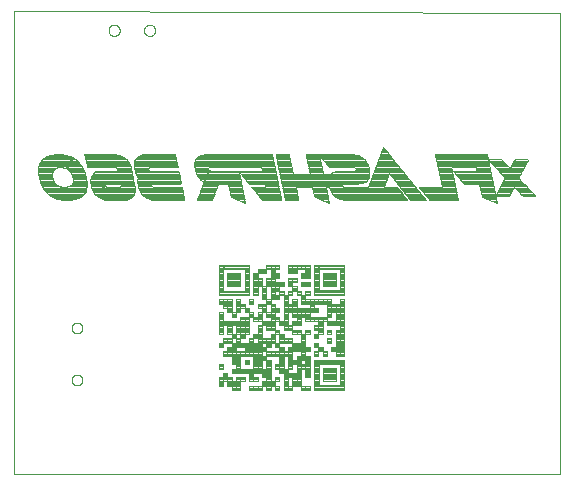
<source format=gbo>
G75*
%MOIN*%
%OFA0B0*%
%FSLAX25Y25*%
%IPPOS*%
%LPD*%
%AMOC8*
5,1,8,0,0,1.08239X$1,22.5*
%
%ADD10C,0.00000*%
%ADD11C,0.00394*%
D10*
X0013086Y0010868D02*
X0012813Y0165237D01*
X0194882Y0164778D01*
X0194985Y0010987D01*
X0013086Y0010868D01*
X0032137Y0042349D02*
X0032139Y0042433D01*
X0032145Y0042516D01*
X0032155Y0042599D01*
X0032169Y0042682D01*
X0032186Y0042764D01*
X0032208Y0042845D01*
X0032233Y0042924D01*
X0032262Y0043003D01*
X0032295Y0043080D01*
X0032331Y0043155D01*
X0032371Y0043229D01*
X0032414Y0043301D01*
X0032461Y0043370D01*
X0032511Y0043437D01*
X0032564Y0043502D01*
X0032620Y0043564D01*
X0032678Y0043624D01*
X0032740Y0043681D01*
X0032804Y0043734D01*
X0032871Y0043785D01*
X0032940Y0043832D01*
X0033011Y0043877D01*
X0033084Y0043917D01*
X0033159Y0043954D01*
X0033236Y0043988D01*
X0033314Y0044018D01*
X0033393Y0044044D01*
X0033474Y0044067D01*
X0033556Y0044085D01*
X0033638Y0044100D01*
X0033721Y0044111D01*
X0033804Y0044118D01*
X0033888Y0044121D01*
X0033972Y0044120D01*
X0034055Y0044115D01*
X0034139Y0044106D01*
X0034221Y0044093D01*
X0034303Y0044077D01*
X0034384Y0044056D01*
X0034465Y0044032D01*
X0034543Y0044004D01*
X0034621Y0043972D01*
X0034697Y0043936D01*
X0034771Y0043897D01*
X0034843Y0043855D01*
X0034913Y0043809D01*
X0034981Y0043760D01*
X0035046Y0043708D01*
X0035109Y0043653D01*
X0035169Y0043595D01*
X0035227Y0043534D01*
X0035281Y0043470D01*
X0035333Y0043404D01*
X0035381Y0043336D01*
X0035426Y0043265D01*
X0035467Y0043192D01*
X0035506Y0043118D01*
X0035540Y0043042D01*
X0035571Y0042964D01*
X0035598Y0042885D01*
X0035622Y0042804D01*
X0035641Y0042723D01*
X0035657Y0042641D01*
X0035669Y0042558D01*
X0035677Y0042474D01*
X0035681Y0042391D01*
X0035681Y0042307D01*
X0035677Y0042224D01*
X0035669Y0042140D01*
X0035657Y0042057D01*
X0035641Y0041975D01*
X0035622Y0041894D01*
X0035598Y0041813D01*
X0035571Y0041734D01*
X0035540Y0041656D01*
X0035506Y0041580D01*
X0035467Y0041506D01*
X0035426Y0041433D01*
X0035381Y0041362D01*
X0035333Y0041294D01*
X0035281Y0041228D01*
X0035227Y0041164D01*
X0035169Y0041103D01*
X0035109Y0041045D01*
X0035046Y0040990D01*
X0034981Y0040938D01*
X0034913Y0040889D01*
X0034843Y0040843D01*
X0034771Y0040801D01*
X0034697Y0040762D01*
X0034621Y0040726D01*
X0034543Y0040694D01*
X0034465Y0040666D01*
X0034384Y0040642D01*
X0034303Y0040621D01*
X0034221Y0040605D01*
X0034139Y0040592D01*
X0034055Y0040583D01*
X0033972Y0040578D01*
X0033888Y0040577D01*
X0033804Y0040580D01*
X0033721Y0040587D01*
X0033638Y0040598D01*
X0033556Y0040613D01*
X0033474Y0040631D01*
X0033393Y0040654D01*
X0033314Y0040680D01*
X0033236Y0040710D01*
X0033159Y0040744D01*
X0033084Y0040781D01*
X0033011Y0040821D01*
X0032940Y0040866D01*
X0032871Y0040913D01*
X0032804Y0040964D01*
X0032740Y0041017D01*
X0032678Y0041074D01*
X0032620Y0041134D01*
X0032564Y0041196D01*
X0032511Y0041261D01*
X0032461Y0041328D01*
X0032414Y0041397D01*
X0032371Y0041469D01*
X0032331Y0041543D01*
X0032295Y0041618D01*
X0032262Y0041695D01*
X0032233Y0041774D01*
X0032208Y0041853D01*
X0032186Y0041934D01*
X0032169Y0042016D01*
X0032155Y0042099D01*
X0032145Y0042182D01*
X0032139Y0042265D01*
X0032137Y0042349D01*
X0032137Y0059671D02*
X0032139Y0059755D01*
X0032145Y0059838D01*
X0032155Y0059921D01*
X0032169Y0060004D01*
X0032186Y0060086D01*
X0032208Y0060167D01*
X0032233Y0060246D01*
X0032262Y0060325D01*
X0032295Y0060402D01*
X0032331Y0060477D01*
X0032371Y0060551D01*
X0032414Y0060623D01*
X0032461Y0060692D01*
X0032511Y0060759D01*
X0032564Y0060824D01*
X0032620Y0060886D01*
X0032678Y0060946D01*
X0032740Y0061003D01*
X0032804Y0061056D01*
X0032871Y0061107D01*
X0032940Y0061154D01*
X0033011Y0061199D01*
X0033084Y0061239D01*
X0033159Y0061276D01*
X0033236Y0061310D01*
X0033314Y0061340D01*
X0033393Y0061366D01*
X0033474Y0061389D01*
X0033556Y0061407D01*
X0033638Y0061422D01*
X0033721Y0061433D01*
X0033804Y0061440D01*
X0033888Y0061443D01*
X0033972Y0061442D01*
X0034055Y0061437D01*
X0034139Y0061428D01*
X0034221Y0061415D01*
X0034303Y0061399D01*
X0034384Y0061378D01*
X0034465Y0061354D01*
X0034543Y0061326D01*
X0034621Y0061294D01*
X0034697Y0061258D01*
X0034771Y0061219D01*
X0034843Y0061177D01*
X0034913Y0061131D01*
X0034981Y0061082D01*
X0035046Y0061030D01*
X0035109Y0060975D01*
X0035169Y0060917D01*
X0035227Y0060856D01*
X0035281Y0060792D01*
X0035333Y0060726D01*
X0035381Y0060658D01*
X0035426Y0060587D01*
X0035467Y0060514D01*
X0035506Y0060440D01*
X0035540Y0060364D01*
X0035571Y0060286D01*
X0035598Y0060207D01*
X0035622Y0060126D01*
X0035641Y0060045D01*
X0035657Y0059963D01*
X0035669Y0059880D01*
X0035677Y0059796D01*
X0035681Y0059713D01*
X0035681Y0059629D01*
X0035677Y0059546D01*
X0035669Y0059462D01*
X0035657Y0059379D01*
X0035641Y0059297D01*
X0035622Y0059216D01*
X0035598Y0059135D01*
X0035571Y0059056D01*
X0035540Y0058978D01*
X0035506Y0058902D01*
X0035467Y0058828D01*
X0035426Y0058755D01*
X0035381Y0058684D01*
X0035333Y0058616D01*
X0035281Y0058550D01*
X0035227Y0058486D01*
X0035169Y0058425D01*
X0035109Y0058367D01*
X0035046Y0058312D01*
X0034981Y0058260D01*
X0034913Y0058211D01*
X0034843Y0058165D01*
X0034771Y0058123D01*
X0034697Y0058084D01*
X0034621Y0058048D01*
X0034543Y0058016D01*
X0034465Y0057988D01*
X0034384Y0057964D01*
X0034303Y0057943D01*
X0034221Y0057927D01*
X0034139Y0057914D01*
X0034055Y0057905D01*
X0033972Y0057900D01*
X0033888Y0057899D01*
X0033804Y0057902D01*
X0033721Y0057909D01*
X0033638Y0057920D01*
X0033556Y0057935D01*
X0033474Y0057953D01*
X0033393Y0057976D01*
X0033314Y0058002D01*
X0033236Y0058032D01*
X0033159Y0058066D01*
X0033084Y0058103D01*
X0033011Y0058143D01*
X0032940Y0058188D01*
X0032871Y0058235D01*
X0032804Y0058286D01*
X0032740Y0058339D01*
X0032678Y0058396D01*
X0032620Y0058456D01*
X0032564Y0058518D01*
X0032511Y0058583D01*
X0032461Y0058650D01*
X0032414Y0058719D01*
X0032371Y0058791D01*
X0032331Y0058865D01*
X0032295Y0058940D01*
X0032262Y0059017D01*
X0032233Y0059096D01*
X0032208Y0059175D01*
X0032186Y0059256D01*
X0032169Y0059338D01*
X0032155Y0059421D01*
X0032145Y0059504D01*
X0032139Y0059587D01*
X0032137Y0059671D01*
X0044435Y0158887D02*
X0044437Y0158973D01*
X0044443Y0159060D01*
X0044453Y0159145D01*
X0044467Y0159231D01*
X0044485Y0159315D01*
X0044506Y0159399D01*
X0044532Y0159481D01*
X0044561Y0159563D01*
X0044594Y0159642D01*
X0044631Y0159721D01*
X0044671Y0159797D01*
X0044715Y0159871D01*
X0044762Y0159944D01*
X0044813Y0160014D01*
X0044866Y0160082D01*
X0044923Y0160147D01*
X0044983Y0160209D01*
X0045045Y0160269D01*
X0045110Y0160326D01*
X0045178Y0160379D01*
X0045248Y0160430D01*
X0045321Y0160477D01*
X0045395Y0160521D01*
X0045471Y0160561D01*
X0045550Y0160598D01*
X0045629Y0160631D01*
X0045711Y0160660D01*
X0045793Y0160686D01*
X0045877Y0160707D01*
X0045961Y0160725D01*
X0046047Y0160739D01*
X0046132Y0160749D01*
X0046219Y0160755D01*
X0046305Y0160757D01*
X0046391Y0160755D01*
X0046478Y0160749D01*
X0046563Y0160739D01*
X0046649Y0160725D01*
X0046733Y0160707D01*
X0046817Y0160686D01*
X0046899Y0160660D01*
X0046981Y0160631D01*
X0047060Y0160598D01*
X0047139Y0160561D01*
X0047215Y0160521D01*
X0047289Y0160477D01*
X0047362Y0160430D01*
X0047432Y0160379D01*
X0047500Y0160326D01*
X0047565Y0160269D01*
X0047627Y0160209D01*
X0047687Y0160147D01*
X0047744Y0160082D01*
X0047797Y0160014D01*
X0047848Y0159944D01*
X0047895Y0159871D01*
X0047939Y0159797D01*
X0047979Y0159721D01*
X0048016Y0159642D01*
X0048049Y0159563D01*
X0048078Y0159481D01*
X0048104Y0159399D01*
X0048125Y0159315D01*
X0048143Y0159231D01*
X0048157Y0159145D01*
X0048167Y0159060D01*
X0048173Y0158973D01*
X0048175Y0158887D01*
X0048173Y0158801D01*
X0048167Y0158714D01*
X0048157Y0158629D01*
X0048143Y0158543D01*
X0048125Y0158459D01*
X0048104Y0158375D01*
X0048078Y0158293D01*
X0048049Y0158211D01*
X0048016Y0158132D01*
X0047979Y0158053D01*
X0047939Y0157977D01*
X0047895Y0157903D01*
X0047848Y0157830D01*
X0047797Y0157760D01*
X0047744Y0157692D01*
X0047687Y0157627D01*
X0047627Y0157565D01*
X0047565Y0157505D01*
X0047500Y0157448D01*
X0047432Y0157395D01*
X0047362Y0157344D01*
X0047289Y0157297D01*
X0047215Y0157253D01*
X0047139Y0157213D01*
X0047060Y0157176D01*
X0046981Y0157143D01*
X0046899Y0157114D01*
X0046817Y0157088D01*
X0046733Y0157067D01*
X0046649Y0157049D01*
X0046563Y0157035D01*
X0046478Y0157025D01*
X0046391Y0157019D01*
X0046305Y0157017D01*
X0046219Y0157019D01*
X0046132Y0157025D01*
X0046047Y0157035D01*
X0045961Y0157049D01*
X0045877Y0157067D01*
X0045793Y0157088D01*
X0045711Y0157114D01*
X0045629Y0157143D01*
X0045550Y0157176D01*
X0045471Y0157213D01*
X0045395Y0157253D01*
X0045321Y0157297D01*
X0045248Y0157344D01*
X0045178Y0157395D01*
X0045110Y0157448D01*
X0045045Y0157505D01*
X0044983Y0157565D01*
X0044923Y0157627D01*
X0044866Y0157692D01*
X0044813Y0157760D01*
X0044762Y0157830D01*
X0044715Y0157903D01*
X0044671Y0157977D01*
X0044631Y0158053D01*
X0044594Y0158132D01*
X0044561Y0158211D01*
X0044532Y0158293D01*
X0044506Y0158375D01*
X0044485Y0158459D01*
X0044467Y0158543D01*
X0044453Y0158629D01*
X0044443Y0158714D01*
X0044437Y0158801D01*
X0044435Y0158887D01*
X0056246Y0158887D02*
X0056248Y0158973D01*
X0056254Y0159060D01*
X0056264Y0159145D01*
X0056278Y0159231D01*
X0056296Y0159315D01*
X0056317Y0159399D01*
X0056343Y0159481D01*
X0056372Y0159563D01*
X0056405Y0159642D01*
X0056442Y0159721D01*
X0056482Y0159797D01*
X0056526Y0159871D01*
X0056573Y0159944D01*
X0056624Y0160014D01*
X0056677Y0160082D01*
X0056734Y0160147D01*
X0056794Y0160209D01*
X0056856Y0160269D01*
X0056921Y0160326D01*
X0056989Y0160379D01*
X0057059Y0160430D01*
X0057132Y0160477D01*
X0057206Y0160521D01*
X0057282Y0160561D01*
X0057361Y0160598D01*
X0057440Y0160631D01*
X0057522Y0160660D01*
X0057604Y0160686D01*
X0057688Y0160707D01*
X0057772Y0160725D01*
X0057858Y0160739D01*
X0057943Y0160749D01*
X0058030Y0160755D01*
X0058116Y0160757D01*
X0058202Y0160755D01*
X0058289Y0160749D01*
X0058374Y0160739D01*
X0058460Y0160725D01*
X0058544Y0160707D01*
X0058628Y0160686D01*
X0058710Y0160660D01*
X0058792Y0160631D01*
X0058871Y0160598D01*
X0058950Y0160561D01*
X0059026Y0160521D01*
X0059100Y0160477D01*
X0059173Y0160430D01*
X0059243Y0160379D01*
X0059311Y0160326D01*
X0059376Y0160269D01*
X0059438Y0160209D01*
X0059498Y0160147D01*
X0059555Y0160082D01*
X0059608Y0160014D01*
X0059659Y0159944D01*
X0059706Y0159871D01*
X0059750Y0159797D01*
X0059790Y0159721D01*
X0059827Y0159642D01*
X0059860Y0159563D01*
X0059889Y0159481D01*
X0059915Y0159399D01*
X0059936Y0159315D01*
X0059954Y0159231D01*
X0059968Y0159145D01*
X0059978Y0159060D01*
X0059984Y0158973D01*
X0059986Y0158887D01*
X0059984Y0158801D01*
X0059978Y0158714D01*
X0059968Y0158629D01*
X0059954Y0158543D01*
X0059936Y0158459D01*
X0059915Y0158375D01*
X0059889Y0158293D01*
X0059860Y0158211D01*
X0059827Y0158132D01*
X0059790Y0158053D01*
X0059750Y0157977D01*
X0059706Y0157903D01*
X0059659Y0157830D01*
X0059608Y0157760D01*
X0059555Y0157692D01*
X0059498Y0157627D01*
X0059438Y0157565D01*
X0059376Y0157505D01*
X0059311Y0157448D01*
X0059243Y0157395D01*
X0059173Y0157344D01*
X0059100Y0157297D01*
X0059026Y0157253D01*
X0058950Y0157213D01*
X0058871Y0157176D01*
X0058792Y0157143D01*
X0058710Y0157114D01*
X0058628Y0157088D01*
X0058544Y0157067D01*
X0058460Y0157049D01*
X0058374Y0157035D01*
X0058289Y0157025D01*
X0058202Y0157019D01*
X0058116Y0157017D01*
X0058030Y0157019D01*
X0057943Y0157025D01*
X0057858Y0157035D01*
X0057772Y0157049D01*
X0057688Y0157067D01*
X0057604Y0157088D01*
X0057522Y0157114D01*
X0057440Y0157143D01*
X0057361Y0157176D01*
X0057282Y0157213D01*
X0057206Y0157253D01*
X0057132Y0157297D01*
X0057059Y0157344D01*
X0056989Y0157395D01*
X0056921Y0157448D01*
X0056856Y0157505D01*
X0056794Y0157565D01*
X0056734Y0157627D01*
X0056677Y0157692D01*
X0056624Y0157760D01*
X0056573Y0157830D01*
X0056526Y0157903D01*
X0056482Y0157977D01*
X0056442Y0158053D01*
X0056405Y0158132D01*
X0056372Y0158211D01*
X0056343Y0158293D01*
X0056317Y0158375D01*
X0056296Y0158459D01*
X0056278Y0158543D01*
X0056264Y0158629D01*
X0056254Y0158714D01*
X0056248Y0158801D01*
X0056246Y0158887D01*
D11*
X0056695Y0117584D02*
X0055937Y0117517D01*
X0055194Y0117362D01*
X0054488Y0117089D01*
X0053864Y0116670D01*
X0053381Y0116103D01*
X0053074Y0115429D01*
X0052929Y0114704D01*
X0052908Y0113966D01*
X0052979Y0113230D01*
X0053116Y0112503D01*
X0053310Y0111789D01*
X0053569Y0111095D01*
X0053904Y0110431D01*
X0054131Y0109780D01*
X0054028Y0109048D01*
X0054039Y0108310D01*
X0054133Y0107576D01*
X0054287Y0106853D01*
X0054500Y0106143D01*
X0054782Y0105457D01*
X0055142Y0104807D01*
X0055588Y0104209D01*
X0056121Y0103682D01*
X0056731Y0103242D01*
X0057405Y0102900D01*
X0058122Y0102653D01*
X0058864Y0102495D01*
X0059620Y0102413D01*
X0060381Y0102394D01*
X0069511Y0102394D01*
X0069614Y0102919D01*
X0068867Y0106543D01*
X0068270Y0106737D01*
X0059901Y0106737D01*
X0059141Y0106755D01*
X0058661Y0107268D01*
X0058988Y0107815D01*
X0059749Y0107822D01*
X0068118Y0107822D01*
X0068550Y0108084D01*
X0067804Y0111708D01*
X0067428Y0112165D01*
X0058298Y0112165D01*
X0057639Y0112446D01*
X0057622Y0113141D01*
X0058356Y0113250D01*
X0067487Y0113250D01*
X0066740Y0116874D01*
X0066586Y0117593D01*
X0057455Y0117593D01*
X0056695Y0117584D01*
X0055574Y0117441D02*
X0066618Y0117441D01*
X0066703Y0117049D02*
X0054428Y0117049D01*
X0053852Y0116657D02*
X0066785Y0116657D01*
X0066866Y0116265D02*
X0053518Y0116265D01*
X0053276Y0115872D02*
X0066947Y0115872D01*
X0067027Y0115480D02*
X0053097Y0115480D01*
X0053006Y0115088D02*
X0067108Y0115088D01*
X0067189Y0114696D02*
X0052929Y0114696D01*
X0052918Y0114304D02*
X0067270Y0114304D01*
X0067350Y0113911D02*
X0052914Y0113911D01*
X0052951Y0113519D02*
X0067431Y0113519D01*
X0067605Y0111950D02*
X0053266Y0111950D01*
X0053159Y0112343D02*
X0057881Y0112343D01*
X0057632Y0112735D02*
X0053072Y0112735D01*
X0052999Y0113127D02*
X0057622Y0113127D01*
X0053396Y0111558D02*
X0067835Y0111558D01*
X0067916Y0111166D02*
X0053543Y0111166D01*
X0053731Y0110774D02*
X0067996Y0110774D01*
X0068077Y0110381D02*
X0053922Y0110381D01*
X0054058Y0109989D02*
X0068158Y0109989D01*
X0068239Y0109597D02*
X0054105Y0109597D01*
X0054050Y0109205D02*
X0068319Y0109205D01*
X0068400Y0108813D02*
X0054032Y0108813D01*
X0054038Y0108420D02*
X0068481Y0108420D01*
X0068457Y0108028D02*
X0054075Y0108028D01*
X0054125Y0107636D02*
X0058881Y0107636D01*
X0058684Y0107244D02*
X0054203Y0107244D01*
X0054287Y0106852D02*
X0059051Y0106852D01*
X0056621Y0103322D02*
X0069531Y0103322D01*
X0069450Y0103714D02*
X0056088Y0103714D01*
X0055692Y0104106D02*
X0069369Y0104106D01*
X0069288Y0104498D02*
X0055372Y0104498D01*
X0055096Y0104890D02*
X0069208Y0104890D01*
X0069127Y0105283D02*
X0054879Y0105283D01*
X0054693Y0105675D02*
X0069046Y0105675D01*
X0068965Y0106067D02*
X0054531Y0106067D01*
X0054405Y0106459D02*
X0068885Y0106459D01*
X0069611Y0102929D02*
X0057347Y0102929D01*
X0058666Y0102537D02*
X0069539Y0102537D01*
X0073825Y0102459D02*
X0073938Y0102394D01*
X0078935Y0102394D01*
X0079021Y0102572D01*
X0081059Y0107811D01*
X0081261Y0107822D01*
X0084175Y0107822D01*
X0084276Y0107690D01*
X0085115Y0103611D01*
X0085210Y0103450D01*
X0089972Y0101348D01*
X0090037Y0101419D01*
X0087894Y0111819D01*
X0087969Y0111774D01*
X0091091Y0107872D01*
X0091275Y0107822D01*
X0096480Y0107822D01*
X0096534Y0107632D01*
X0096702Y0106816D01*
X0096591Y0106737D01*
X0092011Y0106737D01*
X0092131Y0106579D01*
X0095383Y0102515D01*
X0095532Y0102394D01*
X0101987Y0102394D01*
X0102061Y0102503D01*
X0098955Y0117593D01*
X0098938Y0117593D01*
X0077076Y0117592D01*
X0076660Y0117578D01*
X0076245Y0117543D01*
X0075833Y0117483D01*
X0075629Y0117443D01*
X0075226Y0117339D01*
X0075028Y0117273D01*
X0074834Y0117198D01*
X0074645Y0117112D01*
X0074461Y0117014D01*
X0074283Y0116905D01*
X0074114Y0116784D01*
X0073954Y0116650D01*
X0073805Y0116505D01*
X0073669Y0116348D01*
X0073545Y0116181D01*
X0073435Y0116004D01*
X0073339Y0115819D01*
X0073257Y0115628D01*
X0073188Y0115432D01*
X0073133Y0115231D01*
X0073089Y0115027D01*
X0073057Y0114822D01*
X0073034Y0114615D01*
X0073018Y0114199D01*
X0073022Y0113991D01*
X0073051Y0113575D01*
X0073103Y0113162D01*
X0073177Y0112752D01*
X0073267Y0112346D01*
X0073376Y0111944D01*
X0073505Y0111548D01*
X0073578Y0111353D01*
X0073740Y0110970D01*
X0073926Y0110597D01*
X0074138Y0110239D01*
X0074254Y0110066D01*
X0074506Y0109734D01*
X0074641Y0109576D01*
X0074784Y0109424D01*
X0074932Y0109279D01*
X0075087Y0109140D01*
X0075248Y0109007D01*
X0075414Y0108882D01*
X0075586Y0108764D01*
X0075763Y0108654D01*
X0076086Y0108480D01*
X0077942Y0112266D01*
X0077816Y0112361D01*
X0077707Y0112538D01*
X0077650Y0112737D01*
X0077641Y0112945D01*
X0077726Y0113131D01*
X0077907Y0113228D01*
X0078114Y0113250D01*
X0095378Y0113250D01*
X0095588Y0112230D01*
X0095460Y0112165D01*
X0078387Y0112165D01*
X0078179Y0112176D01*
X0078028Y0112222D01*
X0076119Y0108408D01*
X0076094Y0108278D01*
X0073825Y0102459D01*
X0073856Y0102537D02*
X0079004Y0102537D01*
X0079160Y0102929D02*
X0074009Y0102929D01*
X0074162Y0103322D02*
X0079312Y0103322D01*
X0079465Y0103714D02*
X0074315Y0103714D01*
X0074468Y0104106D02*
X0079618Y0104106D01*
X0079770Y0104498D02*
X0074620Y0104498D01*
X0074773Y0104890D02*
X0079923Y0104890D01*
X0080075Y0105283D02*
X0074926Y0105283D01*
X0075079Y0105675D02*
X0080228Y0105675D01*
X0080381Y0106067D02*
X0075232Y0106067D01*
X0075385Y0106459D02*
X0080533Y0106459D01*
X0080686Y0106852D02*
X0075538Y0106852D01*
X0075691Y0107244D02*
X0080838Y0107244D01*
X0080991Y0107636D02*
X0075844Y0107636D01*
X0075997Y0108028D02*
X0088675Y0108028D01*
X0088756Y0107636D02*
X0084287Y0107636D01*
X0084368Y0107244D02*
X0088837Y0107244D01*
X0088918Y0106852D02*
X0084449Y0106852D01*
X0084529Y0106459D02*
X0088999Y0106459D01*
X0089079Y0106067D02*
X0084610Y0106067D01*
X0084691Y0105675D02*
X0089160Y0105675D01*
X0089241Y0105283D02*
X0084771Y0105283D01*
X0084852Y0104890D02*
X0089322Y0104890D01*
X0089403Y0104498D02*
X0084933Y0104498D01*
X0085013Y0104106D02*
X0089483Y0104106D01*
X0089564Y0103714D02*
X0085094Y0103714D01*
X0085501Y0103322D02*
X0089645Y0103322D01*
X0089726Y0102929D02*
X0086389Y0102929D01*
X0087278Y0102537D02*
X0089807Y0102537D01*
X0089887Y0102145D02*
X0088166Y0102145D01*
X0089055Y0101753D02*
X0089968Y0101753D01*
X0089943Y0101361D02*
X0089984Y0101361D01*
X0093796Y0104498D02*
X0101650Y0104498D01*
X0101731Y0104106D02*
X0094110Y0104106D01*
X0094423Y0103714D02*
X0101812Y0103714D01*
X0101893Y0103322D02*
X0094737Y0103322D01*
X0095051Y0102929D02*
X0101973Y0102929D01*
X0102054Y0102537D02*
X0095365Y0102537D01*
X0093482Y0104890D02*
X0101570Y0104890D01*
X0101489Y0105283D02*
X0093168Y0105283D01*
X0092855Y0105675D02*
X0101408Y0105675D01*
X0101327Y0106067D02*
X0092541Y0106067D01*
X0092227Y0106459D02*
X0101247Y0106459D01*
X0101166Y0106852D02*
X0096695Y0106852D01*
X0096614Y0107244D02*
X0101085Y0107244D01*
X0101004Y0107636D02*
X0096533Y0107636D01*
X0100843Y0108420D02*
X0090653Y0108420D01*
X0090967Y0108028D02*
X0100924Y0108028D01*
X0100762Y0108813D02*
X0090339Y0108813D01*
X0090025Y0109205D02*
X0100681Y0109205D01*
X0100601Y0109597D02*
X0089711Y0109597D01*
X0089397Y0109989D02*
X0100520Y0109989D01*
X0100439Y0110381D02*
X0089083Y0110381D01*
X0088770Y0110774D02*
X0100358Y0110774D01*
X0100278Y0111166D02*
X0088456Y0111166D01*
X0088029Y0111166D02*
X0077499Y0111166D01*
X0077402Y0111166D02*
X0073657Y0111166D01*
X0073502Y0111558D02*
X0077595Y0111558D01*
X0077696Y0111558D02*
X0087948Y0111558D01*
X0088142Y0111558D02*
X0100197Y0111558D01*
X0100116Y0111950D02*
X0077892Y0111950D01*
X0077787Y0111950D02*
X0073375Y0111950D01*
X0073268Y0112343D02*
X0077841Y0112343D01*
X0077651Y0112735D02*
X0073181Y0112735D01*
X0073110Y0113127D02*
X0077724Y0113127D01*
X0077303Y0110774D02*
X0088110Y0110774D01*
X0088190Y0110381D02*
X0077107Y0110381D01*
X0077018Y0110381D02*
X0074054Y0110381D01*
X0073838Y0110774D02*
X0077210Y0110774D01*
X0076911Y0109989D02*
X0088271Y0109989D01*
X0088352Y0109597D02*
X0076714Y0109597D01*
X0076633Y0109597D02*
X0074624Y0109597D01*
X0074312Y0109989D02*
X0076826Y0109989D01*
X0076518Y0109205D02*
X0088433Y0109205D01*
X0088514Y0108813D02*
X0076322Y0108813D01*
X0076249Y0108813D02*
X0075516Y0108813D01*
X0075015Y0109205D02*
X0076441Y0109205D01*
X0076126Y0108420D02*
X0088595Y0108420D01*
X0095565Y0112343D02*
X0100036Y0112343D01*
X0099955Y0112735D02*
X0095484Y0112735D01*
X0095403Y0113127D02*
X0099874Y0113127D01*
X0099793Y0113519D02*
X0073058Y0113519D01*
X0073027Y0113911D02*
X0099713Y0113911D01*
X0099632Y0114304D02*
X0073022Y0114304D01*
X0073043Y0114696D02*
X0099551Y0114696D01*
X0099470Y0115088D02*
X0073102Y0115088D01*
X0073205Y0115480D02*
X0099390Y0115480D01*
X0099309Y0115872D02*
X0073366Y0115872D01*
X0073607Y0116265D02*
X0099228Y0116265D01*
X0099147Y0116657D02*
X0073962Y0116657D01*
X0074526Y0117049D02*
X0099067Y0117049D01*
X0098986Y0117441D02*
X0075623Y0117441D01*
X0052006Y0112455D02*
X0053050Y0107383D01*
X0053178Y0106654D01*
X0053237Y0105918D01*
X0053202Y0105180D01*
X0053037Y0104460D01*
X0052705Y0103798D01*
X0052199Y0103249D01*
X0051560Y0102852D01*
X0050847Y0102597D01*
X0050101Y0102456D01*
X0049343Y0102399D01*
X0044779Y0102394D01*
X0044019Y0102410D01*
X0043263Y0102488D01*
X0042519Y0102642D01*
X0041800Y0102883D01*
X0041124Y0103220D01*
X0040509Y0103654D01*
X0039972Y0104176D01*
X0039551Y0104731D01*
X0043111Y0107077D01*
X0043674Y0106737D01*
X0048238Y0106740D01*
X0048605Y0107259D01*
X0048490Y0107822D01*
X0043926Y0107822D01*
X0043173Y0107767D01*
X0043076Y0107151D01*
X0039497Y0104813D01*
X0039156Y0105418D01*
X0038870Y0106102D01*
X0038653Y0106811D01*
X0038496Y0107533D01*
X0038398Y0108266D01*
X0038382Y0109004D01*
X0038476Y0109737D01*
X0038719Y0110435D01*
X0039139Y0111049D01*
X0039717Y0111525D01*
X0040400Y0111849D01*
X0041132Y0112043D01*
X0041886Y0112140D01*
X0042646Y0112165D01*
X0047210Y0112165D01*
X0047522Y0112522D01*
X0047194Y0113161D01*
X0046449Y0113250D01*
X0037321Y0113250D01*
X0037167Y0113969D01*
X0036421Y0117593D01*
X0045718Y0117593D01*
X0046479Y0117577D01*
X0047235Y0117499D01*
X0047979Y0117345D01*
X0048697Y0117104D01*
X0049373Y0116767D01*
X0049988Y0116334D01*
X0050525Y0115811D01*
X0050976Y0115217D01*
X0051342Y0114569D01*
X0051628Y0113885D01*
X0051845Y0113177D01*
X0052006Y0112455D01*
X0052029Y0112343D02*
X0047365Y0112343D01*
X0047413Y0112735D02*
X0051943Y0112735D01*
X0051856Y0113127D02*
X0047211Y0113127D01*
X0049530Y0116657D02*
X0036614Y0116657D01*
X0036533Y0117049D02*
X0048808Y0117049D01*
X0047513Y0117441D02*
X0036452Y0117441D01*
X0036695Y0116265D02*
X0050059Y0116265D01*
X0050463Y0115872D02*
X0036775Y0115872D01*
X0036856Y0115480D02*
X0050777Y0115480D01*
X0051049Y0115088D02*
X0036937Y0115088D01*
X0037018Y0114696D02*
X0051270Y0114696D01*
X0051453Y0114304D02*
X0037098Y0114304D01*
X0037180Y0113911D02*
X0051617Y0113911D01*
X0051740Y0113519D02*
X0037263Y0113519D01*
X0035954Y0112810D02*
X0035609Y0113470D01*
X0035211Y0114101D01*
X0034756Y0114694D01*
X0034245Y0115243D01*
X0033681Y0115739D01*
X0033067Y0116177D01*
X0032454Y0116529D01*
X0030485Y0112800D01*
X0031077Y0112420D01*
X0031596Y0111880D01*
X0031985Y0111245D01*
X0032256Y0110554D01*
X0032429Y0109833D01*
X0032509Y0109098D01*
X0032445Y0108362D01*
X0032160Y0107681D01*
X0031620Y0107166D01*
X0030923Y0106874D01*
X0030173Y0106753D01*
X0029412Y0106744D01*
X0028656Y0106831D01*
X0027926Y0107038D01*
X0027256Y0107387D01*
X0026688Y0107878D01*
X0026247Y0108480D01*
X0025931Y0109152D01*
X0025722Y0109863D01*
X0025602Y0110593D01*
X0025599Y0111332D01*
X0025786Y0112047D01*
X0026229Y0112642D01*
X0026879Y0113021D01*
X0027616Y0113201D01*
X0028375Y0113250D01*
X0028984Y0113221D01*
X0029733Y0113089D01*
X0030398Y0112844D01*
X0032366Y0116573D01*
X0031721Y0116866D01*
X0031005Y0117117D01*
X0030269Y0117309D01*
X0029521Y0117448D01*
X0028765Y0117538D01*
X0028005Y0117584D01*
X0027243Y0117591D01*
X0026482Y0117559D01*
X0025724Y0117481D01*
X0024975Y0117348D01*
X0024242Y0117147D01*
X0023539Y0116864D01*
X0022883Y0116489D01*
X0022301Y0116013D01*
X0021816Y0115443D01*
X0021446Y0114798D01*
X0021190Y0114101D01*
X0021037Y0113377D01*
X0020969Y0112640D01*
X0020973Y0111900D01*
X0021033Y0111163D01*
X0021141Y0110430D01*
X0021286Y0109704D01*
X0021468Y0108985D01*
X0021690Y0108277D01*
X0021956Y0107584D01*
X0022270Y0106910D01*
X0022635Y0106261D01*
X0023056Y0105644D01*
X0023533Y0105067D01*
X0024066Y0104539D01*
X0024651Y0104065D01*
X0025283Y0103652D01*
X0025953Y0103301D01*
X0026655Y0103014D01*
X0027380Y0102787D01*
X0028121Y0102616D01*
X0028873Y0102498D01*
X0029631Y0102426D01*
X0030392Y0102396D01*
X0031154Y0102404D01*
X0031914Y0102453D01*
X0032669Y0102552D01*
X0033412Y0102711D01*
X0034135Y0102943D01*
X0034823Y0103261D01*
X0035452Y0103676D01*
X0035998Y0104191D01*
X0036438Y0104794D01*
X0036761Y0105463D01*
X0036974Y0106173D01*
X0037092Y0106904D01*
X0037129Y0107643D01*
X0037101Y0108382D01*
X0037021Y0109118D01*
X0036897Y0109848D01*
X0036868Y0109994D01*
X0036701Y0110715D01*
X0036496Y0111428D01*
X0036248Y0112128D01*
X0035954Y0112810D01*
X0035986Y0112735D02*
X0030587Y0112735D01*
X0030547Y0113127D02*
X0029519Y0113127D01*
X0030657Y0113127D02*
X0035789Y0113127D01*
X0035578Y0113519D02*
X0030865Y0113519D01*
X0030754Y0113519D02*
X0021067Y0113519D01*
X0021014Y0113127D02*
X0027312Y0113127D01*
X0026388Y0112735D02*
X0020978Y0112735D01*
X0020971Y0112343D02*
X0026006Y0112343D01*
X0025761Y0111950D02*
X0020972Y0111950D01*
X0021001Y0111558D02*
X0025658Y0111558D01*
X0025600Y0111166D02*
X0021033Y0111166D01*
X0021090Y0110774D02*
X0025601Y0110774D01*
X0025637Y0110381D02*
X0021150Y0110381D01*
X0021229Y0109989D02*
X0025701Y0109989D01*
X0025800Y0109597D02*
X0021313Y0109597D01*
X0021413Y0109205D02*
X0025916Y0109205D01*
X0026091Y0108813D02*
X0021522Y0108813D01*
X0021645Y0108420D02*
X0026290Y0108420D01*
X0026577Y0108028D02*
X0021785Y0108028D01*
X0021936Y0107636D02*
X0026968Y0107636D01*
X0027531Y0107244D02*
X0022114Y0107244D01*
X0022302Y0106852D02*
X0028582Y0106852D01*
X0030783Y0106852D02*
X0037083Y0106852D01*
X0037109Y0107244D02*
X0031702Y0107244D01*
X0032113Y0107636D02*
X0037128Y0107636D01*
X0037114Y0108028D02*
X0032305Y0108028D01*
X0032450Y0108420D02*
X0037097Y0108420D01*
X0037054Y0108813D02*
X0032484Y0108813D01*
X0032497Y0109205D02*
X0037006Y0109205D01*
X0036940Y0109597D02*
X0032455Y0109597D01*
X0032391Y0109989D02*
X0036869Y0109989D01*
X0036778Y0110381D02*
X0032297Y0110381D01*
X0032170Y0110774D02*
X0036684Y0110774D01*
X0036571Y0111166D02*
X0032016Y0111166D01*
X0031793Y0111558D02*
X0036450Y0111558D01*
X0036311Y0111950D02*
X0031528Y0111950D01*
X0031151Y0112343D02*
X0036155Y0112343D01*
X0035330Y0113911D02*
X0031072Y0113911D01*
X0030961Y0113911D02*
X0021150Y0113911D01*
X0021265Y0114304D02*
X0031168Y0114304D01*
X0031279Y0114304D02*
X0035056Y0114304D01*
X0034755Y0114696D02*
X0031486Y0114696D01*
X0031375Y0114696D02*
X0021409Y0114696D01*
X0021613Y0115088D02*
X0031582Y0115088D01*
X0031693Y0115088D02*
X0034390Y0115088D01*
X0033976Y0115480D02*
X0031900Y0115480D01*
X0031789Y0115480D02*
X0021848Y0115480D01*
X0022181Y0115872D02*
X0031996Y0115872D01*
X0032107Y0115872D02*
X0033494Y0115872D01*
X0032915Y0116265D02*
X0032314Y0116265D01*
X0032203Y0116265D02*
X0022608Y0116265D01*
X0023176Y0116657D02*
X0032182Y0116657D01*
X0031197Y0117049D02*
X0023999Y0117049D01*
X0025502Y0117441D02*
X0029556Y0117441D01*
X0038951Y0110774D02*
X0052352Y0110774D01*
X0052271Y0111166D02*
X0039281Y0111166D01*
X0039788Y0111558D02*
X0052190Y0111558D01*
X0052110Y0111950D02*
X0040782Y0111950D01*
X0038701Y0110381D02*
X0052433Y0110381D01*
X0052513Y0109989D02*
X0038564Y0109989D01*
X0038458Y0109597D02*
X0052594Y0109597D01*
X0052675Y0109205D02*
X0038408Y0109205D01*
X0038386Y0108813D02*
X0052756Y0108813D01*
X0052836Y0108420D02*
X0038395Y0108420D01*
X0038430Y0108028D02*
X0052917Y0108028D01*
X0052998Y0107636D02*
X0048528Y0107636D01*
X0048595Y0107244D02*
X0053074Y0107244D01*
X0053143Y0106852D02*
X0048317Y0106852D01*
X0053194Y0106459D02*
X0042174Y0106459D01*
X0042018Y0106459D02*
X0038761Y0106459D01*
X0038644Y0106852D02*
X0042618Y0106852D01*
X0042769Y0106852D02*
X0043484Y0106852D01*
X0043091Y0107244D02*
X0038559Y0107244D01*
X0038482Y0107636D02*
X0043153Y0107636D01*
X0041579Y0106067D02*
X0053225Y0106067D01*
X0053226Y0105675D02*
X0040983Y0105675D01*
X0040816Y0105675D02*
X0039049Y0105675D01*
X0038885Y0106067D02*
X0041417Y0106067D01*
X0040388Y0105283D02*
X0053207Y0105283D01*
X0053135Y0104890D02*
X0039793Y0104890D01*
X0039615Y0104890D02*
X0039454Y0104890D01*
X0039233Y0105283D02*
X0040216Y0105283D01*
X0039728Y0104498D02*
X0053045Y0104498D01*
X0052859Y0104106D02*
X0040044Y0104106D01*
X0040448Y0103714D02*
X0052628Y0103714D01*
X0052266Y0103322D02*
X0040980Y0103322D01*
X0041707Y0102929D02*
X0051685Y0102929D01*
X0050530Y0102537D02*
X0043026Y0102537D01*
X0036674Y0105283D02*
X0023355Y0105283D01*
X0023035Y0105675D02*
X0036825Y0105675D01*
X0036943Y0106067D02*
X0022767Y0106067D01*
X0022523Y0106459D02*
X0037020Y0106459D01*
X0036484Y0104890D02*
X0023711Y0104890D01*
X0024116Y0104498D02*
X0036222Y0104498D01*
X0035908Y0104106D02*
X0024600Y0104106D01*
X0025187Y0103714D02*
X0035492Y0103714D01*
X0034914Y0103322D02*
X0025914Y0103322D01*
X0026924Y0102929D02*
X0034093Y0102929D01*
X0032554Y0102537D02*
X0028622Y0102537D01*
X0081236Y0080715D02*
X0081236Y0070611D01*
X0091341Y0070611D01*
X0091341Y0080715D01*
X0082751Y0080715D01*
X0082801Y0079200D01*
X0089825Y0079200D01*
X0089825Y0072126D01*
X0082751Y0072126D01*
X0082751Y0079151D01*
X0082702Y0080715D01*
X0081236Y0080715D01*
X0081236Y0080573D02*
X0082707Y0080573D01*
X0082756Y0080573D02*
X0091341Y0080573D01*
X0091341Y0080181D02*
X0082769Y0080181D01*
X0082719Y0080181D02*
X0081236Y0080181D01*
X0081236Y0079789D02*
X0082731Y0079789D01*
X0082782Y0079789D02*
X0091341Y0079789D01*
X0091341Y0079397D02*
X0082794Y0079397D01*
X0082744Y0079397D02*
X0081236Y0079397D01*
X0081236Y0079004D02*
X0082751Y0079004D01*
X0082751Y0078612D02*
X0081236Y0078612D01*
X0081236Y0078220D02*
X0082751Y0078220D01*
X0082751Y0077828D02*
X0081236Y0077828D01*
X0081236Y0077436D02*
X0082751Y0077436D01*
X0082751Y0077043D02*
X0081236Y0077043D01*
X0081236Y0076651D02*
X0082751Y0076651D01*
X0082751Y0076259D02*
X0081236Y0076259D01*
X0081236Y0075867D02*
X0082751Y0075867D01*
X0082751Y0075475D02*
X0081236Y0075475D01*
X0081236Y0075082D02*
X0082751Y0075082D01*
X0082751Y0074690D02*
X0081236Y0074690D01*
X0081236Y0074298D02*
X0082751Y0074298D01*
X0082751Y0073906D02*
X0081236Y0073906D01*
X0081236Y0073514D02*
X0082751Y0073514D01*
X0082751Y0073121D02*
X0081236Y0073121D01*
X0081236Y0072729D02*
X0082751Y0072729D01*
X0082751Y0072337D02*
X0081236Y0072337D01*
X0081236Y0071945D02*
X0091341Y0071945D01*
X0091341Y0072337D02*
X0089825Y0072337D01*
X0089825Y0072729D02*
X0091341Y0072729D01*
X0091341Y0073121D02*
X0089825Y0073121D01*
X0089825Y0073514D02*
X0091341Y0073514D01*
X0091341Y0073906D02*
X0089825Y0073906D01*
X0089825Y0074298D02*
X0091341Y0074298D01*
X0091341Y0074690D02*
X0089825Y0074690D01*
X0089825Y0075082D02*
X0091341Y0075082D01*
X0091341Y0075475D02*
X0089825Y0075475D01*
X0089825Y0075867D02*
X0091341Y0075867D01*
X0091341Y0076259D02*
X0089825Y0076259D01*
X0089825Y0076651D02*
X0091341Y0076651D01*
X0091341Y0077043D02*
X0089825Y0077043D01*
X0089825Y0077436D02*
X0091341Y0077436D01*
X0091341Y0077828D02*
X0089825Y0077828D01*
X0089825Y0078220D02*
X0091341Y0078220D01*
X0091341Y0078612D02*
X0089825Y0078612D01*
X0089825Y0079004D02*
X0091341Y0079004D01*
X0092733Y0077930D02*
X0092733Y0076487D01*
X0092733Y0075043D01*
X0092733Y0073599D01*
X0092733Y0072156D01*
X0092733Y0070712D01*
X0094177Y0070712D01*
X0094177Y0072156D01*
X0092733Y0072156D01*
X0094177Y0072156D01*
X0094177Y0073599D01*
X0092733Y0073599D01*
X0094177Y0073599D01*
X0094177Y0075043D01*
X0092733Y0075043D01*
X0094177Y0075043D01*
X0094177Y0076487D01*
X0092733Y0076487D01*
X0094177Y0076487D01*
X0094177Y0075043D01*
X0094177Y0073599D01*
X0095620Y0073599D01*
X0095620Y0075043D01*
X0094177Y0075043D01*
X0095620Y0075043D01*
X0095620Y0076487D01*
X0094177Y0076487D01*
X0094177Y0077930D01*
X0092733Y0077930D01*
X0092733Y0077828D02*
X0094177Y0077828D01*
X0094177Y0077930D02*
X0095620Y0077930D01*
X0095620Y0079374D01*
X0094177Y0079374D01*
X0094177Y0077930D01*
X0094177Y0078220D02*
X0095620Y0078220D01*
X0097064Y0078220D01*
X0097064Y0077930D02*
X0097064Y0079374D01*
X0098508Y0079374D01*
X0099951Y0079374D01*
X0099951Y0080817D01*
X0098508Y0080817D01*
X0098508Y0079374D01*
X0098508Y0077930D01*
X0098508Y0076487D01*
X0098508Y0075043D01*
X0098508Y0073599D01*
X0098508Y0072156D01*
X0098508Y0070712D01*
X0098508Y0069269D01*
X0099951Y0069269D01*
X0099951Y0070712D01*
X0098508Y0070712D01*
X0099951Y0070712D01*
X0099951Y0069269D01*
X0101395Y0069269D01*
X0101395Y0070712D01*
X0099951Y0070712D01*
X0099951Y0072156D01*
X0098508Y0072156D01*
X0099951Y0072156D01*
X0099951Y0073599D01*
X0098508Y0073599D01*
X0099951Y0073599D01*
X0099951Y0075043D01*
X0098508Y0075043D01*
X0099951Y0075043D01*
X0099951Y0076487D01*
X0098508Y0076487D01*
X0099951Y0076487D01*
X0099951Y0077930D01*
X0098508Y0077930D01*
X0099951Y0077930D01*
X0099951Y0079374D01*
X0101395Y0079374D01*
X0101395Y0080817D01*
X0099951Y0080817D01*
X0099951Y0079374D01*
X0098508Y0079374D01*
X0098508Y0080817D01*
X0097064Y0080817D01*
X0097064Y0079374D01*
X0095620Y0079374D01*
X0095620Y0077930D01*
X0097064Y0077930D01*
X0097064Y0078612D02*
X0095620Y0078612D01*
X0094177Y0078612D01*
X0094177Y0079004D02*
X0095620Y0079004D01*
X0097064Y0079004D01*
X0097064Y0079397D02*
X0098508Y0079397D01*
X0099951Y0079397D01*
X0101395Y0079397D01*
X0101395Y0079789D02*
X0099951Y0079789D01*
X0098508Y0079789D01*
X0097064Y0079789D01*
X0097064Y0080181D02*
X0098508Y0080181D01*
X0099951Y0080181D01*
X0101395Y0080181D01*
X0101395Y0080573D02*
X0099951Y0080573D01*
X0098508Y0080573D01*
X0097064Y0080573D01*
X0098508Y0079004D02*
X0099951Y0079004D01*
X0099951Y0078612D02*
X0098508Y0078612D01*
X0098508Y0078220D02*
X0099951Y0078220D01*
X0099951Y0077930D02*
X0099951Y0076487D01*
X0101395Y0076487D01*
X0101395Y0077930D01*
X0099951Y0077930D01*
X0099951Y0077828D02*
X0098508Y0077828D01*
X0098508Y0077436D02*
X0099951Y0077436D01*
X0101395Y0077436D01*
X0101395Y0077828D02*
X0099951Y0077828D01*
X0099951Y0077043D02*
X0098508Y0077043D01*
X0098508Y0076651D02*
X0099951Y0076651D01*
X0101395Y0076651D01*
X0101395Y0077043D02*
X0099951Y0077043D01*
X0099951Y0076259D02*
X0098508Y0076259D01*
X0097064Y0076259D01*
X0097064Y0076487D02*
X0097064Y0075043D01*
X0097064Y0073599D01*
X0097064Y0072156D01*
X0097064Y0070712D01*
X0097064Y0069269D01*
X0097064Y0067825D01*
X0098508Y0067825D01*
X0098508Y0066382D01*
X0098508Y0064938D01*
X0098508Y0063495D01*
X0099951Y0063495D01*
X0099951Y0064938D01*
X0098508Y0064938D01*
X0099951Y0064938D01*
X0099951Y0066382D01*
X0098508Y0066382D01*
X0099951Y0066382D01*
X0099951Y0067825D01*
X0098508Y0067825D01*
X0098508Y0069269D01*
X0097064Y0069269D01*
X0095620Y0069269D01*
X0095620Y0070712D01*
X0097064Y0070712D01*
X0095620Y0070712D01*
X0095620Y0072156D01*
X0097064Y0072156D01*
X0095620Y0072156D01*
X0095620Y0073599D01*
X0097064Y0073599D01*
X0098508Y0073599D01*
X0098508Y0075043D01*
X0097064Y0075043D01*
X0098508Y0075043D01*
X0098508Y0076487D01*
X0097064Y0076487D01*
X0097064Y0075867D02*
X0098508Y0075867D01*
X0099951Y0075867D01*
X0099951Y0075475D02*
X0098508Y0075475D01*
X0097064Y0075475D01*
X0097064Y0075082D02*
X0098508Y0075082D01*
X0099951Y0075082D01*
X0099951Y0075043D02*
X0099951Y0073599D01*
X0099951Y0072156D01*
X0101395Y0072156D01*
X0101395Y0073599D01*
X0099951Y0073599D01*
X0101395Y0073599D01*
X0101395Y0075043D01*
X0099951Y0075043D01*
X0099951Y0074690D02*
X0098508Y0074690D01*
X0097064Y0074690D01*
X0097064Y0074298D02*
X0098508Y0074298D01*
X0099951Y0074298D01*
X0101395Y0074298D01*
X0102838Y0074298D01*
X0102838Y0074690D02*
X0101395Y0074690D01*
X0099951Y0074690D01*
X0099951Y0073906D02*
X0098508Y0073906D01*
X0097064Y0073906D01*
X0097064Y0073514D02*
X0095620Y0073514D01*
X0095620Y0073906D02*
X0094177Y0073906D01*
X0092733Y0073906D01*
X0092733Y0074298D02*
X0094177Y0074298D01*
X0095620Y0074298D01*
X0095620Y0074690D02*
X0094177Y0074690D01*
X0092733Y0074690D01*
X0092733Y0075082D02*
X0094177Y0075082D01*
X0095620Y0075082D01*
X0095620Y0075475D02*
X0094177Y0075475D01*
X0092733Y0075475D01*
X0092733Y0075867D02*
X0094177Y0075867D01*
X0095620Y0075867D01*
X0095620Y0076259D02*
X0094177Y0076259D01*
X0092733Y0076259D01*
X0092733Y0076651D02*
X0094177Y0076651D01*
X0094177Y0077043D02*
X0092733Y0077043D01*
X0092733Y0077436D02*
X0094177Y0077436D01*
X0094177Y0073514D02*
X0092733Y0073514D01*
X0092733Y0073121D02*
X0094177Y0073121D01*
X0094177Y0072729D02*
X0092733Y0072729D01*
X0092733Y0072337D02*
X0094177Y0072337D01*
X0094177Y0071945D02*
X0092733Y0071945D01*
X0092733Y0071552D02*
X0094177Y0071552D01*
X0094177Y0071160D02*
X0092733Y0071160D01*
X0092733Y0070768D02*
X0094177Y0070768D01*
X0095620Y0070768D02*
X0097064Y0070768D01*
X0097064Y0070376D02*
X0095620Y0070376D01*
X0095620Y0069984D02*
X0097064Y0069984D01*
X0097064Y0069591D02*
X0095620Y0069591D01*
X0097064Y0069199D02*
X0098508Y0069199D01*
X0098508Y0068807D02*
X0097064Y0068807D01*
X0097064Y0068415D02*
X0098508Y0068415D01*
X0098508Y0068023D02*
X0097064Y0068023D01*
X0097064Y0067825D02*
X0097064Y0066382D01*
X0097064Y0064938D01*
X0097064Y0063495D01*
X0098508Y0063495D01*
X0098508Y0062051D01*
X0098508Y0060607D01*
X0098508Y0059164D01*
X0099951Y0059164D01*
X0099951Y0060607D01*
X0098508Y0060607D01*
X0099951Y0060607D01*
X0099951Y0062051D01*
X0098508Y0062051D01*
X0099951Y0062051D01*
X0099951Y0063495D01*
X0098508Y0063495D01*
X0098508Y0064938D01*
X0097064Y0064938D01*
X0095620Y0064938D01*
X0095620Y0063495D01*
X0094177Y0063495D01*
X0094177Y0064938D01*
X0095620Y0064938D01*
X0095620Y0066382D01*
X0095620Y0067825D01*
X0094177Y0067825D01*
X0094177Y0066382D01*
X0095620Y0066382D01*
X0097064Y0066382D01*
X0095620Y0066382D01*
X0095620Y0067825D01*
X0097064Y0067825D01*
X0097064Y0067630D02*
X0095620Y0067630D01*
X0094177Y0067630D01*
X0094177Y0067238D02*
X0095620Y0067238D01*
X0097064Y0067238D01*
X0097064Y0066846D02*
X0095620Y0066846D01*
X0094177Y0066846D01*
X0094177Y0066454D02*
X0095620Y0066454D01*
X0097064Y0066454D01*
X0097064Y0066061D02*
X0095620Y0066061D01*
X0095620Y0065669D02*
X0097064Y0065669D01*
X0097064Y0065277D02*
X0095620Y0065277D01*
X0095620Y0064885D02*
X0094177Y0064885D01*
X0094177Y0064493D02*
X0095620Y0064493D01*
X0095620Y0064100D02*
X0094177Y0064100D01*
X0094177Y0063708D02*
X0095620Y0063708D01*
X0095620Y0063495D02*
X0095620Y0062051D01*
X0094177Y0062051D01*
X0094177Y0063495D01*
X0092733Y0063495D01*
X0092733Y0064938D01*
X0091290Y0064938D01*
X0091290Y0063495D01*
X0092733Y0063495D01*
X0092733Y0062051D01*
X0094177Y0062051D01*
X0094177Y0063495D01*
X0095620Y0063495D01*
X0095620Y0063316D02*
X0094177Y0063316D01*
X0092733Y0063316D01*
X0092733Y0062924D02*
X0094177Y0062924D01*
X0095620Y0062924D01*
X0095620Y0062532D02*
X0094177Y0062532D01*
X0092733Y0062532D01*
X0092733Y0062139D02*
X0094177Y0062139D01*
X0095620Y0062139D01*
X0095620Y0062051D02*
X0095620Y0060607D01*
X0095620Y0059164D01*
X0095620Y0057720D01*
X0095620Y0056277D01*
X0094177Y0056277D01*
X0094177Y0057720D01*
X0092733Y0057720D01*
X0092733Y0056277D01*
X0092733Y0054833D01*
X0092733Y0053390D01*
X0092733Y0051946D01*
X0092733Y0050503D01*
X0091290Y0050503D01*
X0091290Y0051946D01*
X0092733Y0051946D01*
X0091290Y0051946D01*
X0091290Y0053390D01*
X0092733Y0053390D01*
X0091290Y0053390D01*
X0091290Y0054833D01*
X0092733Y0054833D01*
X0091290Y0054833D01*
X0091290Y0056277D01*
X0092733Y0056277D01*
X0094177Y0056277D01*
X0094177Y0057720D01*
X0095620Y0057720D01*
X0094177Y0057720D01*
X0094177Y0059164D01*
X0095620Y0059164D01*
X0094177Y0059164D01*
X0094177Y0060607D01*
X0095620Y0060607D01*
X0097064Y0060607D01*
X0097064Y0059164D01*
X0098508Y0059164D01*
X0098508Y0060607D01*
X0097064Y0060607D01*
X0097064Y0062051D01*
X0097064Y0060607D01*
X0098508Y0060607D01*
X0098508Y0062051D01*
X0097064Y0062051D01*
X0095620Y0062051D01*
X0095620Y0061747D02*
X0097064Y0061747D01*
X0098508Y0061747D01*
X0099951Y0061747D01*
X0099951Y0062051D02*
X0101395Y0062051D01*
X0101395Y0063495D01*
X0099951Y0063495D01*
X0099951Y0062051D01*
X0099951Y0062139D02*
X0098508Y0062139D01*
X0098508Y0062532D02*
X0099951Y0062532D01*
X0101395Y0062532D01*
X0101395Y0062924D02*
X0099951Y0062924D01*
X0098508Y0062924D01*
X0098508Y0063316D02*
X0099951Y0063316D01*
X0101395Y0063316D01*
X0101395Y0062139D02*
X0099951Y0062139D01*
X0099951Y0061355D02*
X0098508Y0061355D01*
X0097064Y0061355D01*
X0095620Y0061355D01*
X0095620Y0060963D02*
X0097064Y0060963D01*
X0098508Y0060963D01*
X0099951Y0060963D01*
X0099951Y0060571D02*
X0098508Y0060571D01*
X0097064Y0060571D01*
X0097064Y0060178D02*
X0098508Y0060178D01*
X0099951Y0060178D01*
X0099951Y0059786D02*
X0098508Y0059786D01*
X0097064Y0059786D01*
X0097064Y0059394D02*
X0098508Y0059394D01*
X0099951Y0059394D01*
X0099951Y0059164D02*
X0099951Y0057720D01*
X0099951Y0056277D01*
X0098508Y0056277D01*
X0098508Y0057720D01*
X0099951Y0057720D01*
X0101395Y0057720D01*
X0101395Y0059164D01*
X0099951Y0059164D01*
X0099951Y0059002D02*
X0101395Y0059002D01*
X0101395Y0058609D02*
X0099951Y0058609D01*
X0099951Y0058217D02*
X0101395Y0058217D01*
X0101395Y0057825D02*
X0099951Y0057825D01*
X0099951Y0057433D02*
X0098508Y0057433D01*
X0098508Y0057041D02*
X0099951Y0057041D01*
X0099951Y0056648D02*
X0098508Y0056648D01*
X0098508Y0056277D02*
X0098508Y0054833D01*
X0099951Y0054833D01*
X0099951Y0056277D01*
X0098508Y0056277D01*
X0098508Y0054833D01*
X0098508Y0053390D01*
X0097064Y0053390D01*
X0097064Y0051946D01*
X0097064Y0050503D01*
X0097064Y0049059D01*
X0097064Y0047616D01*
X0098508Y0047616D01*
X0098508Y0049059D01*
X0097064Y0049059D01*
X0095620Y0049059D01*
X0095620Y0047616D01*
X0094177Y0047616D01*
X0094177Y0049059D01*
X0092733Y0049059D01*
X0092733Y0047616D01*
X0094177Y0047616D01*
X0094177Y0047615D02*
X0094177Y0046172D01*
X0094177Y0044728D01*
X0092733Y0044728D01*
X0092733Y0043285D01*
X0092733Y0041841D01*
X0091290Y0041841D01*
X0091290Y0043285D01*
X0092733Y0043285D01*
X0091290Y0043285D01*
X0091290Y0044728D01*
X0092733Y0044728D01*
X0092733Y0046172D01*
X0091290Y0046172D01*
X0091290Y0044728D01*
X0092733Y0044728D01*
X0092733Y0046172D01*
X0094177Y0046172D01*
X0092733Y0046172D01*
X0092733Y0047615D01*
X0094177Y0047615D01*
X0094177Y0046172D01*
X0094177Y0044728D01*
X0095620Y0044728D01*
X0095620Y0046172D01*
X0094177Y0046172D01*
X0095620Y0046172D01*
X0095620Y0047615D01*
X0094177Y0047615D01*
X0094177Y0047616D02*
X0094177Y0049059D01*
X0094177Y0050503D01*
X0092733Y0050503D01*
X0092733Y0049059D01*
X0094177Y0049059D01*
X0095620Y0049059D01*
X0095620Y0050503D01*
X0094177Y0050503D01*
X0094177Y0051946D01*
X0092733Y0051946D01*
X0092733Y0050503D01*
X0094177Y0050503D01*
X0094177Y0049059D01*
X0095620Y0049059D01*
X0095620Y0050503D01*
X0095620Y0051946D01*
X0094177Y0051946D01*
X0094177Y0053390D01*
X0092733Y0053390D01*
X0092733Y0051946D01*
X0094177Y0051946D01*
X0094177Y0050503D01*
X0095620Y0050503D01*
X0097064Y0050503D01*
X0098508Y0050503D01*
X0099951Y0050503D01*
X0099951Y0051946D01*
X0098508Y0051946D01*
X0098508Y0050503D01*
X0098508Y0051946D01*
X0097064Y0051946D01*
X0095620Y0051946D01*
X0095620Y0053390D01*
X0094177Y0053390D01*
X0094177Y0054833D01*
X0092733Y0054833D01*
X0092733Y0053390D01*
X0094177Y0053390D01*
X0094177Y0051946D01*
X0095620Y0051946D01*
X0095620Y0053390D01*
X0095620Y0054833D01*
X0094177Y0054833D01*
X0094177Y0053390D01*
X0095620Y0053390D01*
X0097064Y0053390D01*
X0097064Y0054833D01*
X0098508Y0054833D01*
X0097064Y0054833D01*
X0097064Y0056277D01*
X0097064Y0054833D01*
X0095620Y0054833D01*
X0095620Y0056277D01*
X0094177Y0056277D01*
X0094177Y0054833D01*
X0095620Y0054833D01*
X0095620Y0056277D01*
X0097064Y0056277D01*
X0098508Y0056277D01*
X0098508Y0056256D02*
X0097064Y0056256D01*
X0095620Y0056256D01*
X0094177Y0056256D01*
X0094177Y0055864D02*
X0095620Y0055864D01*
X0097064Y0055864D01*
X0098508Y0055864D01*
X0099951Y0055864D01*
X0099951Y0056256D02*
X0098508Y0056256D01*
X0098508Y0055472D02*
X0097064Y0055472D01*
X0095620Y0055472D01*
X0094177Y0055472D01*
X0094177Y0055080D02*
X0095620Y0055080D01*
X0097064Y0055080D01*
X0098508Y0055080D01*
X0099951Y0055080D01*
X0099951Y0054833D02*
X0099951Y0053390D01*
X0101395Y0053390D01*
X0101395Y0054833D01*
X0099951Y0054833D01*
X0099951Y0054687D02*
X0101395Y0054687D01*
X0101395Y0054833D02*
X0102838Y0054833D01*
X0102838Y0056277D01*
X0102838Y0057720D01*
X0101395Y0057720D01*
X0101395Y0056277D01*
X0102838Y0056277D01*
X0101395Y0056277D01*
X0101395Y0054833D01*
X0101395Y0055080D02*
X0102838Y0055080D01*
X0104282Y0055080D01*
X0105725Y0055080D01*
X0105725Y0054833D02*
X0105725Y0053390D01*
X0105725Y0051946D01*
X0105725Y0050503D01*
X0105725Y0049059D01*
X0105725Y0047616D01*
X0104282Y0047616D01*
X0104282Y0049059D01*
X0105725Y0049059D01*
X0104282Y0049059D01*
X0104282Y0050503D01*
X0105725Y0050503D01*
X0104282Y0050503D01*
X0104282Y0051946D01*
X0105725Y0051946D01*
X0104282Y0051946D01*
X0104282Y0053390D01*
X0105725Y0053390D01*
X0105725Y0051946D01*
X0107169Y0051946D01*
X0107169Y0053390D01*
X0105725Y0053390D01*
X0107169Y0053390D01*
X0107169Y0054833D01*
X0105725Y0054833D01*
X0105725Y0056277D01*
X0104282Y0056277D01*
X0104282Y0054833D01*
X0105725Y0054833D01*
X0105725Y0054687D02*
X0107169Y0054687D01*
X0108612Y0054687D01*
X0110056Y0054687D01*
X0110056Y0054833D02*
X0110056Y0053390D01*
X0110056Y0051946D01*
X0111499Y0051946D01*
X0111499Y0053390D01*
X0110056Y0053390D01*
X0108612Y0053390D01*
X0108612Y0051946D01*
X0107169Y0051946D01*
X0107169Y0053390D01*
X0108612Y0053390D01*
X0108612Y0054833D01*
X0107169Y0054833D01*
X0107169Y0053390D01*
X0108612Y0053390D01*
X0108612Y0051946D01*
X0108612Y0050503D01*
X0108612Y0049059D01*
X0108612Y0047616D01*
X0107169Y0047616D01*
X0107169Y0049059D01*
X0105725Y0049059D01*
X0105725Y0047616D01*
X0107169Y0047616D01*
X0107169Y0049059D01*
X0108612Y0049059D01*
X0107169Y0049059D01*
X0107169Y0050503D01*
X0108612Y0050503D01*
X0108612Y0049059D01*
X0110056Y0049059D01*
X0110056Y0047616D01*
X0111499Y0047616D01*
X0111499Y0049059D01*
X0110056Y0049059D01*
X0111499Y0049059D01*
X0111499Y0050503D01*
X0110056Y0050503D01*
X0110056Y0049059D01*
X0110056Y0050503D01*
X0108612Y0050503D01*
X0110056Y0050503D01*
X0110056Y0051946D01*
X0110056Y0053390D01*
X0108612Y0053390D01*
X0108612Y0054833D01*
X0110056Y0054833D01*
X0110056Y0056277D01*
X0110056Y0057720D01*
X0111499Y0057720D01*
X0111499Y0059164D01*
X0110056Y0059164D01*
X0110056Y0057720D01*
X0108612Y0057720D01*
X0108612Y0059164D01*
X0107169Y0059164D01*
X0107169Y0057720D01*
X0105725Y0057720D01*
X0105725Y0059164D01*
X0105725Y0060607D01*
X0104282Y0060607D01*
X0104282Y0059164D01*
X0105725Y0059164D01*
X0107169Y0059164D01*
X0107169Y0057720D01*
X0108612Y0057720D01*
X0108612Y0056277D01*
X0110056Y0056277D01*
X0108612Y0056277D01*
X0108612Y0054833D01*
X0110056Y0054833D01*
X0110056Y0055080D02*
X0108612Y0055080D01*
X0108612Y0055472D02*
X0110056Y0055472D01*
X0110056Y0055864D02*
X0108612Y0055864D01*
X0108612Y0056256D02*
X0110056Y0056256D01*
X0110056Y0056648D02*
X0108612Y0056648D01*
X0108612Y0057041D02*
X0110056Y0057041D01*
X0110056Y0057433D02*
X0108612Y0057433D01*
X0108612Y0057825D02*
X0107169Y0057825D01*
X0105725Y0057825D01*
X0105725Y0058217D02*
X0107169Y0058217D01*
X0108612Y0058217D01*
X0108612Y0058609D02*
X0107169Y0058609D01*
X0105725Y0058609D01*
X0105725Y0059002D02*
X0107169Y0059002D01*
X0108612Y0059002D01*
X0110056Y0059002D02*
X0111499Y0059002D01*
X0111499Y0058609D02*
X0110056Y0058609D01*
X0110056Y0058217D02*
X0111499Y0058217D01*
X0111499Y0057825D02*
X0110056Y0057825D01*
X0112943Y0057720D02*
X0112943Y0056277D01*
X0114387Y0056277D01*
X0114387Y0057720D01*
X0112943Y0057720D01*
X0112943Y0057433D02*
X0114387Y0057433D01*
X0114387Y0057720D02*
X0115830Y0057720D01*
X0115830Y0059164D01*
X0114387Y0059164D01*
X0114387Y0060607D01*
X0112943Y0060607D01*
X0112943Y0059164D01*
X0114387Y0059164D01*
X0114387Y0057720D01*
X0114387Y0057825D02*
X0115830Y0057825D01*
X0115830Y0058217D02*
X0114387Y0058217D01*
X0114387Y0058609D02*
X0115830Y0058609D01*
X0115830Y0059002D02*
X0114387Y0059002D01*
X0114387Y0059164D02*
X0115830Y0059164D01*
X0115830Y0060607D01*
X0114387Y0060607D01*
X0114387Y0059164D01*
X0114387Y0059394D02*
X0112943Y0059394D01*
X0112943Y0059786D02*
X0114387Y0059786D01*
X0115830Y0059786D01*
X0115830Y0059394D02*
X0114387Y0059394D01*
X0114387Y0060178D02*
X0112943Y0060178D01*
X0112943Y0060571D02*
X0114387Y0060571D01*
X0115830Y0060571D01*
X0115830Y0060607D02*
X0115830Y0062051D01*
X0114387Y0062051D01*
X0114387Y0063495D01*
X0112943Y0063495D01*
X0112943Y0062051D01*
X0111499Y0062051D01*
X0111499Y0063495D01*
X0111499Y0064938D01*
X0110056Y0064938D01*
X0110056Y0063495D01*
X0111499Y0063495D01*
X0110056Y0063495D01*
X0110056Y0064938D01*
X0111499Y0064938D01*
X0111499Y0066382D01*
X0110056Y0066382D01*
X0110056Y0064938D01*
X0108612Y0064938D01*
X0108612Y0063495D01*
X0107169Y0063495D01*
X0107169Y0064938D01*
X0105725Y0064938D01*
X0105725Y0066382D01*
X0104282Y0066382D01*
X0104282Y0064938D01*
X0105725Y0064938D01*
X0105725Y0063495D01*
X0107169Y0063495D01*
X0107169Y0064938D01*
X0107169Y0066382D01*
X0105725Y0066382D01*
X0105725Y0067825D01*
X0104282Y0067825D01*
X0104282Y0066382D01*
X0105725Y0066382D01*
X0105725Y0064938D01*
X0107169Y0064938D01*
X0108612Y0064938D01*
X0108612Y0066382D01*
X0107169Y0066382D01*
X0107169Y0067825D01*
X0105725Y0067825D01*
X0105725Y0066382D01*
X0107169Y0066382D01*
X0107169Y0064938D01*
X0108612Y0064938D01*
X0108612Y0063495D01*
X0110056Y0063495D01*
X0110056Y0062051D01*
X0111499Y0062051D01*
X0111499Y0063495D01*
X0112943Y0063495D01*
X0112943Y0062051D01*
X0114387Y0062051D01*
X0114387Y0060607D01*
X0115830Y0060607D01*
X0115830Y0060963D02*
X0114387Y0060963D01*
X0114387Y0061355D02*
X0115830Y0061355D01*
X0115830Y0061747D02*
X0114387Y0061747D01*
X0114387Y0062051D02*
X0115830Y0062051D01*
X0115830Y0063495D01*
X0114387Y0063495D01*
X0114387Y0062051D01*
X0114387Y0062139D02*
X0112943Y0062139D01*
X0111499Y0062139D01*
X0110056Y0062139D01*
X0110056Y0062532D02*
X0111499Y0062532D01*
X0112943Y0062532D01*
X0114387Y0062532D01*
X0115830Y0062532D01*
X0117274Y0062532D01*
X0117274Y0062924D02*
X0115830Y0062924D01*
X0114387Y0062924D01*
X0112943Y0062924D01*
X0111499Y0062924D01*
X0110056Y0062924D01*
X0110056Y0063316D02*
X0111499Y0063316D01*
X0112943Y0063316D01*
X0114387Y0063316D01*
X0115830Y0063316D01*
X0117274Y0063316D01*
X0117274Y0063495D02*
X0117274Y0062051D01*
X0117274Y0060607D01*
X0118717Y0060607D01*
X0120161Y0060607D01*
X0121604Y0060607D01*
X0121604Y0062051D01*
X0120161Y0062051D01*
X0120161Y0060607D01*
X0120161Y0062051D01*
X0121604Y0062051D01*
X0121604Y0063495D01*
X0121604Y0064938D01*
X0120161Y0064938D01*
X0120161Y0063495D01*
X0121604Y0063495D01*
X0120161Y0063495D01*
X0120161Y0062051D01*
X0118717Y0062051D01*
X0118717Y0060607D01*
X0118717Y0062051D01*
X0117274Y0062051D01*
X0115830Y0062051D01*
X0115830Y0063495D01*
X0117274Y0063495D01*
X0118717Y0063495D01*
X0118717Y0064938D01*
X0120161Y0064938D01*
X0121604Y0064938D01*
X0121604Y0066382D01*
X0120161Y0066382D01*
X0120161Y0064938D01*
X0120161Y0066382D01*
X0121604Y0066382D01*
X0121604Y0067825D01*
X0120161Y0067825D01*
X0120161Y0066382D01*
X0118717Y0066382D01*
X0118717Y0064938D01*
X0117274Y0064938D01*
X0117274Y0063495D01*
X0117274Y0063708D02*
X0118717Y0063708D01*
X0118717Y0064100D02*
X0117274Y0064100D01*
X0117274Y0064493D02*
X0118717Y0064493D01*
X0118717Y0064885D02*
X0117274Y0064885D01*
X0117274Y0064938D02*
X0118717Y0064938D01*
X0118717Y0066382D01*
X0120161Y0066382D01*
X0120161Y0067825D01*
X0118717Y0067825D01*
X0118717Y0066382D01*
X0117274Y0066382D01*
X0117274Y0064938D01*
X0117274Y0065277D02*
X0118717Y0065277D01*
X0120161Y0065277D01*
X0121604Y0065277D01*
X0123048Y0065277D01*
X0123048Y0064938D02*
X0123048Y0063495D01*
X0121604Y0063495D01*
X0121604Y0064938D01*
X0123048Y0064938D01*
X0123048Y0066382D01*
X0121604Y0066382D01*
X0121604Y0064938D01*
X0123048Y0064938D01*
X0123048Y0064885D02*
X0121604Y0064885D01*
X0120161Y0064885D01*
X0120161Y0064493D02*
X0121604Y0064493D01*
X0123048Y0064493D01*
X0123048Y0064100D02*
X0121604Y0064100D01*
X0120161Y0064100D01*
X0120161Y0063708D02*
X0121604Y0063708D01*
X0123048Y0063708D01*
X0123048Y0063495D02*
X0123048Y0062051D01*
X0123048Y0060607D01*
X0123048Y0059164D01*
X0123048Y0057720D01*
X0123048Y0056277D01*
X0121604Y0056277D01*
X0121604Y0057720D01*
X0120161Y0057720D01*
X0120161Y0056277D01*
X0121604Y0056277D01*
X0121604Y0054833D01*
X0121604Y0053390D01*
X0121604Y0051946D01*
X0121604Y0050503D01*
X0120161Y0050503D01*
X0120161Y0051946D01*
X0121604Y0051946D01*
X0120161Y0051946D01*
X0120161Y0053390D01*
X0121604Y0053390D01*
X0120161Y0053390D01*
X0120161Y0054833D01*
X0121604Y0054833D01*
X0120161Y0054833D01*
X0120161Y0056277D01*
X0121604Y0056277D01*
X0121604Y0057720D01*
X0121604Y0059164D01*
X0120161Y0059164D01*
X0120161Y0057720D01*
X0121604Y0057720D01*
X0123048Y0057720D01*
X0121604Y0057720D01*
X0121604Y0059164D01*
X0123048Y0059164D01*
X0121604Y0059164D01*
X0121604Y0060607D01*
X0123048Y0060607D01*
X0121604Y0060607D01*
X0121604Y0062051D01*
X0123048Y0062051D01*
X0121604Y0062051D01*
X0121604Y0063495D01*
X0123048Y0063495D01*
X0123048Y0063316D02*
X0121604Y0063316D01*
X0120161Y0063316D01*
X0120161Y0062924D02*
X0121604Y0062924D01*
X0123048Y0062924D01*
X0123048Y0062532D02*
X0121604Y0062532D01*
X0120161Y0062532D01*
X0120161Y0062139D02*
X0121604Y0062139D01*
X0123048Y0062139D01*
X0123048Y0061747D02*
X0121604Y0061747D01*
X0120161Y0061747D01*
X0118717Y0061747D01*
X0117274Y0061747D01*
X0117274Y0061355D02*
X0118717Y0061355D01*
X0120161Y0061355D01*
X0121604Y0061355D01*
X0123048Y0061355D01*
X0123048Y0060963D02*
X0121604Y0060963D01*
X0120161Y0060963D01*
X0118717Y0060963D01*
X0117274Y0060963D01*
X0117274Y0062139D02*
X0115830Y0062139D01*
X0114387Y0062139D01*
X0114387Y0064938D02*
X0114387Y0066382D01*
X0112943Y0066382D01*
X0112943Y0064938D01*
X0111499Y0064938D01*
X0111499Y0066382D01*
X0112943Y0066382D01*
X0112943Y0064938D01*
X0114387Y0064938D01*
X0114387Y0065277D02*
X0112943Y0065277D01*
X0111499Y0065277D01*
X0110056Y0065277D01*
X0108612Y0065277D01*
X0107169Y0065277D01*
X0105725Y0065277D01*
X0104282Y0065277D01*
X0102838Y0065277D01*
X0102838Y0064938D02*
X0102838Y0063495D01*
X0104282Y0063495D01*
X0104282Y0064938D01*
X0102838Y0064938D01*
X0104282Y0064938D01*
X0104282Y0066382D01*
X0102838Y0066382D01*
X0102838Y0064938D01*
X0102838Y0064885D02*
X0104282Y0064885D01*
X0104282Y0064493D02*
X0102838Y0064493D01*
X0102838Y0064100D02*
X0104282Y0064100D01*
X0104282Y0063708D02*
X0102838Y0063708D01*
X0102838Y0063495D02*
X0102838Y0062051D01*
X0102838Y0060607D01*
X0102838Y0059164D01*
X0104282Y0059164D01*
X0104282Y0060607D01*
X0102838Y0060607D01*
X0101395Y0060607D01*
X0101395Y0062051D01*
X0102838Y0062051D01*
X0102838Y0060607D01*
X0104282Y0060607D01*
X0104282Y0062051D01*
X0102838Y0062051D01*
X0104282Y0062051D01*
X0104282Y0063495D01*
X0102838Y0063495D01*
X0102838Y0063316D02*
X0104282Y0063316D01*
X0104282Y0062924D02*
X0102838Y0062924D01*
X0102838Y0062532D02*
X0104282Y0062532D01*
X0104282Y0062139D02*
X0102838Y0062139D01*
X0102838Y0061747D02*
X0101395Y0061747D01*
X0101395Y0061355D02*
X0102838Y0061355D01*
X0104282Y0061355D01*
X0104282Y0061747D02*
X0102838Y0061747D01*
X0102838Y0060963D02*
X0101395Y0060963D01*
X0102838Y0060963D02*
X0104282Y0060963D01*
X0104282Y0060571D02*
X0102838Y0060571D01*
X0102838Y0060178D02*
X0104282Y0060178D01*
X0105725Y0060178D01*
X0105725Y0059786D02*
X0104282Y0059786D01*
X0102838Y0059786D01*
X0102838Y0059394D02*
X0104282Y0059394D01*
X0105725Y0059394D01*
X0105725Y0060571D02*
X0104282Y0060571D01*
X0105725Y0060607D02*
X0107169Y0060607D01*
X0107169Y0062051D01*
X0105725Y0062051D01*
X0105725Y0060607D01*
X0105725Y0060963D02*
X0107169Y0060963D01*
X0108612Y0060963D01*
X0108612Y0060607D02*
X0108612Y0062051D01*
X0107169Y0062051D01*
X0107169Y0060607D01*
X0108612Y0060607D01*
X0108612Y0061355D02*
X0107169Y0061355D01*
X0105725Y0061355D01*
X0105725Y0061747D02*
X0107169Y0061747D01*
X0108612Y0061747D01*
X0108612Y0062051D02*
X0107169Y0062051D01*
X0107169Y0063495D01*
X0108612Y0063495D01*
X0108612Y0062051D01*
X0108612Y0062139D02*
X0107169Y0062139D01*
X0107169Y0062532D02*
X0108612Y0062532D01*
X0108612Y0062924D02*
X0107169Y0062924D01*
X0107169Y0063316D02*
X0108612Y0063316D01*
X0108612Y0063708D02*
X0107169Y0063708D01*
X0105725Y0063708D01*
X0105725Y0064100D02*
X0107169Y0064100D01*
X0108612Y0064100D01*
X0110056Y0064100D01*
X0111499Y0064100D01*
X0111499Y0063708D02*
X0110056Y0063708D01*
X0108612Y0063708D01*
X0108612Y0064493D02*
X0107169Y0064493D01*
X0105725Y0064493D01*
X0105725Y0064885D02*
X0107169Y0064885D01*
X0108612Y0064885D01*
X0110056Y0064885D01*
X0111499Y0064885D01*
X0111499Y0064493D02*
X0110056Y0064493D01*
X0108612Y0064493D01*
X0108612Y0064938D02*
X0110056Y0064938D01*
X0110056Y0066382D01*
X0108612Y0066382D01*
X0108612Y0064938D01*
X0108612Y0065669D02*
X0107169Y0065669D01*
X0105725Y0065669D01*
X0104282Y0065669D01*
X0102838Y0065669D01*
X0102838Y0066061D02*
X0104282Y0066061D01*
X0105725Y0066061D01*
X0107169Y0066061D01*
X0108612Y0066061D01*
X0110056Y0066061D01*
X0111499Y0066061D01*
X0112943Y0066061D01*
X0114387Y0066061D01*
X0114387Y0065669D02*
X0112943Y0065669D01*
X0111499Y0065669D01*
X0110056Y0065669D01*
X0108612Y0065669D01*
X0107169Y0066454D02*
X0105725Y0066454D01*
X0104282Y0066454D01*
X0102838Y0066454D01*
X0102838Y0066382D02*
X0104282Y0066382D01*
X0104282Y0067825D01*
X0102838Y0067825D01*
X0102838Y0066382D01*
X0102838Y0066846D02*
X0104282Y0066846D01*
X0105725Y0066846D01*
X0107169Y0066846D01*
X0107169Y0067238D02*
X0105725Y0067238D01*
X0104282Y0067238D01*
X0102838Y0067238D01*
X0102838Y0067630D02*
X0104282Y0067630D01*
X0105725Y0067630D01*
X0107169Y0067630D01*
X0107169Y0067825D02*
X0107169Y0069269D01*
X0105725Y0069269D01*
X0105725Y0067825D01*
X0107169Y0067825D01*
X0107169Y0068023D02*
X0105725Y0068023D01*
X0105725Y0068415D02*
X0107169Y0068415D01*
X0107169Y0068807D02*
X0105725Y0068807D01*
X0105725Y0069199D02*
X0107169Y0069199D01*
X0108612Y0069199D02*
X0110056Y0069199D01*
X0111499Y0069199D01*
X0112943Y0069199D01*
X0114387Y0069199D01*
X0115830Y0069199D01*
X0117274Y0069199D01*
X0118717Y0069199D01*
X0118717Y0069269D02*
X0118717Y0067825D01*
X0118717Y0066382D01*
X0117274Y0066382D01*
X0117274Y0067825D01*
X0118717Y0067825D01*
X0117274Y0067825D01*
X0117274Y0069269D01*
X0118717Y0069269D01*
X0118717Y0068807D02*
X0117274Y0068807D01*
X0115830Y0068807D01*
X0114387Y0068807D01*
X0112943Y0068807D01*
X0111499Y0068807D01*
X0110056Y0068807D01*
X0108612Y0068807D01*
X0108612Y0068415D02*
X0110056Y0068415D01*
X0111499Y0068415D01*
X0112943Y0068415D01*
X0114387Y0068415D01*
X0115830Y0068415D01*
X0117274Y0068415D01*
X0118717Y0068415D01*
X0118717Y0068023D02*
X0117274Y0068023D01*
X0115830Y0068023D01*
X0114387Y0068023D01*
X0112943Y0068023D01*
X0111499Y0068023D01*
X0110056Y0068023D01*
X0108612Y0068023D01*
X0108612Y0067825D02*
X0110056Y0067825D01*
X0111499Y0067825D01*
X0111499Y0069269D01*
X0110056Y0069269D01*
X0110056Y0067825D01*
X0110056Y0069269D01*
X0108612Y0069269D01*
X0108612Y0067825D01*
X0108612Y0069269D02*
X0110056Y0069269D01*
X0110056Y0070712D01*
X0108612Y0070712D01*
X0108612Y0069269D01*
X0108612Y0069591D02*
X0110056Y0069591D01*
X0110056Y0069984D02*
X0108612Y0069984D01*
X0108612Y0070376D02*
X0110056Y0070376D01*
X0110056Y0070712D02*
X0111499Y0070712D01*
X0111499Y0072156D01*
X0110056Y0072156D01*
X0110056Y0070712D01*
X0110056Y0070768D02*
X0111499Y0070768D01*
X0111499Y0071160D02*
X0110056Y0071160D01*
X0110056Y0071552D02*
X0111499Y0071552D01*
X0111499Y0071945D02*
X0110056Y0071945D01*
X0108612Y0071945D02*
X0107169Y0071945D01*
X0107169Y0072156D02*
X0107169Y0070712D01*
X0108612Y0070712D01*
X0108612Y0072156D01*
X0107169Y0072156D01*
X0107169Y0073599D01*
X0105725Y0073599D01*
X0105725Y0075043D01*
X0104282Y0075043D01*
X0104282Y0073599D01*
X0105725Y0073599D01*
X0105725Y0072156D01*
X0105725Y0070712D01*
X0104282Y0070712D01*
X0104282Y0069269D01*
X0104282Y0067825D01*
X0102838Y0067825D01*
X0102838Y0069269D01*
X0104282Y0069269D01*
X0102838Y0069269D01*
X0102838Y0070712D01*
X0104282Y0070712D01*
X0104282Y0072156D01*
X0105725Y0072156D01*
X0107169Y0072156D01*
X0107169Y0072337D02*
X0105725Y0072337D01*
X0105725Y0072729D02*
X0107169Y0072729D01*
X0107169Y0073121D02*
X0105725Y0073121D01*
X0105725Y0073514D02*
X0107169Y0073514D01*
X0108612Y0073599D02*
X0108612Y0075043D01*
X0110056Y0075043D01*
X0110056Y0073599D01*
X0111499Y0073599D01*
X0111499Y0075043D01*
X0110056Y0075043D01*
X0110056Y0073599D01*
X0108612Y0073599D01*
X0108612Y0073906D02*
X0110056Y0073906D01*
X0111499Y0073906D01*
X0111499Y0074298D02*
X0110056Y0074298D01*
X0108612Y0074298D01*
X0108612Y0074690D02*
X0110056Y0074690D01*
X0111499Y0074690D01*
X0112917Y0074690D02*
X0114433Y0074690D01*
X0114433Y0074298D02*
X0112917Y0074298D01*
X0112917Y0073906D02*
X0114433Y0073906D01*
X0114433Y0073514D02*
X0112917Y0073514D01*
X0112917Y0073121D02*
X0114433Y0073121D01*
X0114433Y0072729D02*
X0112917Y0072729D01*
X0112917Y0072337D02*
X0114433Y0072337D01*
X0114433Y0072239D02*
X0114433Y0079264D01*
X0114383Y0080828D01*
X0112917Y0080828D01*
X0112917Y0070724D01*
X0123022Y0070724D01*
X0123022Y0080828D01*
X0114433Y0080828D01*
X0114482Y0079313D01*
X0121506Y0079313D01*
X0121506Y0072239D01*
X0114433Y0072239D01*
X0112917Y0071945D02*
X0123022Y0071945D01*
X0123022Y0072337D02*
X0121506Y0072337D01*
X0121506Y0072729D02*
X0123022Y0072729D01*
X0123022Y0073121D02*
X0121506Y0073121D01*
X0121506Y0073514D02*
X0123022Y0073514D01*
X0123022Y0073906D02*
X0121506Y0073906D01*
X0121506Y0074298D02*
X0123022Y0074298D01*
X0123022Y0074690D02*
X0121506Y0074690D01*
X0121506Y0075082D02*
X0123022Y0075082D01*
X0123022Y0075475D02*
X0121506Y0075475D01*
X0121506Y0075867D02*
X0123022Y0075867D01*
X0123022Y0076259D02*
X0121506Y0076259D01*
X0121506Y0076651D02*
X0123022Y0076651D01*
X0123022Y0077043D02*
X0121506Y0077043D01*
X0121506Y0077436D02*
X0123022Y0077436D01*
X0123022Y0077828D02*
X0121506Y0077828D01*
X0121506Y0078220D02*
X0123022Y0078220D01*
X0123022Y0078612D02*
X0121506Y0078612D01*
X0121506Y0079004D02*
X0123022Y0079004D01*
X0123022Y0079397D02*
X0114479Y0079397D01*
X0114428Y0079397D02*
X0112917Y0079397D01*
X0112917Y0079789D02*
X0114416Y0079789D01*
X0114466Y0079789D02*
X0123022Y0079789D01*
X0123022Y0080181D02*
X0114454Y0080181D01*
X0114404Y0080181D02*
X0112917Y0080181D01*
X0112917Y0080573D02*
X0114391Y0080573D01*
X0114441Y0080573D02*
X0123022Y0080573D01*
X0120161Y0077930D02*
X0120161Y0073599D01*
X0115830Y0073599D01*
X0115830Y0077930D01*
X0120161Y0077930D01*
X0120161Y0077828D02*
X0115830Y0077828D01*
X0115830Y0077436D02*
X0120161Y0077436D01*
X0120161Y0077043D02*
X0115830Y0077043D01*
X0115830Y0076651D02*
X0120161Y0076651D01*
X0120161Y0076259D02*
X0115830Y0076259D01*
X0115830Y0075867D02*
X0120161Y0075867D01*
X0120161Y0075475D02*
X0115830Y0075475D01*
X0115830Y0075082D02*
X0120161Y0075082D01*
X0120161Y0074690D02*
X0115830Y0074690D01*
X0115830Y0074298D02*
X0120161Y0074298D01*
X0120161Y0073906D02*
X0115830Y0073906D01*
X0114433Y0075082D02*
X0112917Y0075082D01*
X0112917Y0075475D02*
X0114433Y0075475D01*
X0114433Y0075867D02*
X0112917Y0075867D01*
X0112917Y0076259D02*
X0114433Y0076259D01*
X0114433Y0076651D02*
X0112917Y0076651D01*
X0112917Y0077043D02*
X0114433Y0077043D01*
X0114433Y0077436D02*
X0112917Y0077436D01*
X0112917Y0077828D02*
X0114433Y0077828D01*
X0114433Y0078220D02*
X0112917Y0078220D01*
X0112917Y0078612D02*
X0114433Y0078612D01*
X0114433Y0079004D02*
X0112917Y0079004D01*
X0111499Y0079004D02*
X0110056Y0079004D01*
X0110056Y0079374D02*
X0110056Y0077930D01*
X0110056Y0076487D01*
X0111499Y0076487D01*
X0111499Y0077930D01*
X0110056Y0077930D01*
X0111499Y0077930D01*
X0111499Y0079374D01*
X0111499Y0080817D01*
X0110056Y0080817D01*
X0110056Y0079374D01*
X0111499Y0079374D01*
X0110056Y0079374D01*
X0110056Y0080817D01*
X0108612Y0080817D01*
X0108612Y0079374D01*
X0107169Y0079374D01*
X0107169Y0080817D01*
X0105725Y0080817D01*
X0105725Y0079374D01*
X0104282Y0079374D01*
X0104282Y0080817D01*
X0105725Y0080817D01*
X0105725Y0079374D01*
X0107169Y0079374D01*
X0107169Y0077930D01*
X0105725Y0077930D01*
X0105725Y0079374D01*
X0104282Y0079374D01*
X0104282Y0077930D01*
X0105725Y0077930D01*
X0105725Y0079374D01*
X0107169Y0079374D01*
X0107169Y0080817D01*
X0108612Y0080817D01*
X0108612Y0079374D01*
X0110056Y0079374D01*
X0110056Y0079397D02*
X0108612Y0079397D01*
X0107169Y0079397D01*
X0105725Y0079397D01*
X0104282Y0079397D01*
X0104282Y0079789D02*
X0105725Y0079789D01*
X0107169Y0079789D01*
X0108612Y0079789D01*
X0110056Y0079789D01*
X0111499Y0079789D01*
X0111499Y0080181D02*
X0110056Y0080181D01*
X0108612Y0080181D01*
X0107169Y0080181D01*
X0105725Y0080181D01*
X0104282Y0080181D01*
X0104282Y0080573D02*
X0105725Y0080573D01*
X0107169Y0080573D01*
X0108612Y0080573D01*
X0110056Y0080573D01*
X0111499Y0080573D01*
X0111499Y0079397D02*
X0110056Y0079397D01*
X0110056Y0078612D02*
X0111499Y0078612D01*
X0111499Y0078220D02*
X0110056Y0078220D01*
X0110056Y0077930D02*
X0110056Y0076487D01*
X0108612Y0076487D01*
X0108612Y0077930D01*
X0110056Y0077930D01*
X0110056Y0077828D02*
X0108612Y0077828D01*
X0108612Y0077436D02*
X0110056Y0077436D01*
X0111499Y0077436D01*
X0111499Y0077828D02*
X0110056Y0077828D01*
X0110056Y0077043D02*
X0108612Y0077043D01*
X0108612Y0076651D02*
X0110056Y0076651D01*
X0111499Y0076651D01*
X0111499Y0077043D02*
X0110056Y0077043D01*
X0107169Y0076487D02*
X0107169Y0075043D01*
X0105725Y0075043D01*
X0105725Y0076487D01*
X0104282Y0076487D01*
X0104282Y0075043D01*
X0105725Y0075043D01*
X0105725Y0076487D01*
X0107169Y0076487D01*
X0107169Y0076259D02*
X0105725Y0076259D01*
X0104282Y0076259D01*
X0104282Y0075867D02*
X0105725Y0075867D01*
X0107169Y0075867D01*
X0107169Y0075475D02*
X0105725Y0075475D01*
X0104282Y0075475D01*
X0104282Y0075082D02*
X0105725Y0075082D01*
X0107169Y0075082D01*
X0105725Y0074690D02*
X0104282Y0074690D01*
X0104282Y0074298D02*
X0105725Y0074298D01*
X0105725Y0073906D02*
X0104282Y0073906D01*
X0102838Y0073906D02*
X0101395Y0073906D01*
X0099951Y0073906D01*
X0099951Y0073514D02*
X0098508Y0073514D01*
X0098508Y0073121D02*
X0099951Y0073121D01*
X0101395Y0073121D01*
X0101395Y0072729D02*
X0099951Y0072729D01*
X0098508Y0072729D01*
X0098508Y0072337D02*
X0099951Y0072337D01*
X0101395Y0072337D01*
X0101395Y0072156D02*
X0101395Y0070712D01*
X0102838Y0070712D01*
X0102838Y0072156D01*
X0101395Y0072156D01*
X0101395Y0071945D02*
X0102838Y0071945D01*
X0102838Y0071552D02*
X0101395Y0071552D01*
X0101395Y0071160D02*
X0102838Y0071160D01*
X0102838Y0070768D02*
X0101395Y0070768D01*
X0101395Y0070376D02*
X0099951Y0070376D01*
X0098508Y0070376D01*
X0098508Y0070768D02*
X0099951Y0070768D01*
X0099951Y0071160D02*
X0098508Y0071160D01*
X0098508Y0071552D02*
X0099951Y0071552D01*
X0099951Y0071945D02*
X0098508Y0071945D01*
X0097064Y0071945D02*
X0095620Y0071945D01*
X0095620Y0072337D02*
X0097064Y0072337D01*
X0097064Y0072729D02*
X0095620Y0072729D01*
X0095620Y0073121D02*
X0097064Y0073121D01*
X0097064Y0071552D02*
X0095620Y0071552D01*
X0095620Y0071160D02*
X0097064Y0071160D01*
X0098508Y0069984D02*
X0099951Y0069984D01*
X0101395Y0069984D01*
X0101395Y0069591D02*
X0099951Y0069591D01*
X0098508Y0069591D01*
X0098508Y0067630D02*
X0099951Y0067630D01*
X0099951Y0067238D02*
X0098508Y0067238D01*
X0098508Y0066846D02*
X0099951Y0066846D01*
X0099951Y0066454D02*
X0098508Y0066454D01*
X0098508Y0066061D02*
X0099951Y0066061D01*
X0101395Y0066061D01*
X0101395Y0066382D02*
X0101395Y0064938D01*
X0099951Y0064938D01*
X0099951Y0066382D01*
X0101395Y0066382D01*
X0101395Y0065669D02*
X0099951Y0065669D01*
X0098508Y0065669D01*
X0098508Y0065277D02*
X0099951Y0065277D01*
X0101395Y0065277D01*
X0099951Y0064885D02*
X0098508Y0064885D01*
X0097064Y0064885D01*
X0097064Y0064493D02*
X0098508Y0064493D01*
X0099951Y0064493D01*
X0099951Y0064100D02*
X0098508Y0064100D01*
X0097064Y0064100D01*
X0097064Y0063708D02*
X0098508Y0063708D01*
X0099951Y0063708D01*
X0095620Y0060571D02*
X0094177Y0060571D01*
X0094177Y0060178D02*
X0095620Y0060178D01*
X0095620Y0059786D02*
X0094177Y0059786D01*
X0094177Y0059394D02*
X0095620Y0059394D01*
X0095620Y0059002D02*
X0094177Y0059002D01*
X0094177Y0058609D02*
X0095620Y0058609D01*
X0095620Y0058217D02*
X0094177Y0058217D01*
X0094177Y0057825D02*
X0095620Y0057825D01*
X0095620Y0057433D02*
X0094177Y0057433D01*
X0092733Y0057433D01*
X0092733Y0057041D02*
X0094177Y0057041D01*
X0095620Y0057041D01*
X0095620Y0056648D02*
X0094177Y0056648D01*
X0092733Y0056648D01*
X0092733Y0056256D02*
X0091290Y0056256D01*
X0091290Y0055864D02*
X0092733Y0055864D01*
X0092733Y0055472D02*
X0091290Y0055472D01*
X0091290Y0055080D02*
X0092733Y0055080D01*
X0092733Y0054687D02*
X0091290Y0054687D01*
X0089846Y0054687D01*
X0088403Y0054687D01*
X0086959Y0054687D01*
X0085516Y0054687D01*
X0085516Y0054833D02*
X0085516Y0053390D01*
X0085516Y0051946D01*
X0085516Y0050503D01*
X0085516Y0049059D01*
X0085516Y0047616D01*
X0086959Y0047616D01*
X0088403Y0047616D01*
X0088403Y0049059D01*
X0086959Y0049059D01*
X0086959Y0047616D01*
X0086959Y0049059D01*
X0088403Y0049059D01*
X0088403Y0050503D01*
X0089846Y0050503D01*
X0089846Y0051946D01*
X0088403Y0051946D01*
X0088403Y0050503D01*
X0086959Y0050503D01*
X0086959Y0049059D01*
X0085516Y0049059D01*
X0086959Y0049059D01*
X0086959Y0050503D01*
X0088403Y0050503D01*
X0088403Y0051946D01*
X0086959Y0051946D01*
X0086959Y0050503D01*
X0085516Y0050503D01*
X0086959Y0050503D01*
X0086959Y0051946D01*
X0085516Y0051946D01*
X0086959Y0051946D01*
X0086959Y0053390D01*
X0088403Y0053390D01*
X0089846Y0053390D01*
X0089846Y0054833D01*
X0088403Y0054833D01*
X0088403Y0053390D01*
X0088403Y0054833D01*
X0086959Y0054833D01*
X0086959Y0053390D01*
X0085516Y0053390D01*
X0086959Y0053390D01*
X0086959Y0054833D01*
X0088403Y0054833D01*
X0088403Y0056277D01*
X0089846Y0056277D01*
X0089846Y0057720D01*
X0088403Y0057720D01*
X0088403Y0056277D01*
X0086959Y0056277D01*
X0086959Y0054833D01*
X0085516Y0054833D01*
X0085516Y0056277D01*
X0086959Y0056277D01*
X0086959Y0057720D01*
X0088403Y0057720D01*
X0089846Y0057720D01*
X0089846Y0059164D01*
X0088403Y0059164D01*
X0088403Y0057720D01*
X0088403Y0059164D01*
X0089846Y0059164D01*
X0089846Y0060607D01*
X0088403Y0060607D01*
X0088403Y0059164D01*
X0086959Y0059164D01*
X0086959Y0057720D01*
X0085516Y0057720D01*
X0085516Y0056277D01*
X0084072Y0056277D01*
X0084072Y0054833D01*
X0082628Y0054833D01*
X0082628Y0053390D01*
X0081185Y0053390D01*
X0081185Y0054833D01*
X0082628Y0054833D01*
X0082628Y0056277D01*
X0084072Y0056277D01*
X0084072Y0054833D01*
X0085516Y0054833D01*
X0085516Y0055080D02*
X0084072Y0055080D01*
X0082628Y0055080D01*
X0082628Y0055472D02*
X0084072Y0055472D01*
X0085516Y0055472D01*
X0085516Y0055864D02*
X0084072Y0055864D01*
X0082628Y0055864D01*
X0082628Y0056256D02*
X0084072Y0056256D01*
X0085516Y0056256D01*
X0085516Y0056648D02*
X0086959Y0056648D01*
X0086959Y0056256D02*
X0088403Y0056256D01*
X0088403Y0055864D02*
X0086959Y0055864D01*
X0086959Y0055472D02*
X0088403Y0055472D01*
X0088403Y0055080D02*
X0086959Y0055080D01*
X0086959Y0054295D02*
X0085516Y0054295D01*
X0085516Y0053903D02*
X0086959Y0053903D01*
X0088403Y0053903D01*
X0089846Y0053903D01*
X0091290Y0053903D01*
X0092733Y0053903D01*
X0094177Y0053903D01*
X0095620Y0053903D01*
X0095620Y0054295D02*
X0094177Y0054295D01*
X0092733Y0054295D01*
X0091290Y0054295D01*
X0089846Y0054295D01*
X0088403Y0054295D01*
X0086959Y0054295D01*
X0086959Y0053511D02*
X0085516Y0053511D01*
X0085516Y0053390D02*
X0085516Y0051946D01*
X0085516Y0050503D01*
X0084072Y0050503D01*
X0084072Y0051946D01*
X0082628Y0051946D01*
X0082628Y0050503D01*
X0084072Y0050503D01*
X0084072Y0051946D01*
X0085516Y0051946D01*
X0084072Y0051946D01*
X0084072Y0053390D01*
X0085516Y0053390D01*
X0085516Y0053118D02*
X0084072Y0053118D01*
X0084072Y0052726D02*
X0085516Y0052726D01*
X0086959Y0052726D01*
X0086959Y0052334D02*
X0085516Y0052334D01*
X0084072Y0052334D01*
X0084072Y0051942D02*
X0082628Y0051942D01*
X0082628Y0051550D02*
X0084072Y0051550D01*
X0085516Y0051550D01*
X0086959Y0051550D01*
X0088403Y0051550D01*
X0089846Y0051550D01*
X0091290Y0051550D01*
X0092733Y0051550D01*
X0094177Y0051550D01*
X0095620Y0051550D01*
X0095620Y0051942D02*
X0094177Y0051942D01*
X0092733Y0051942D01*
X0091290Y0051942D01*
X0089846Y0051942D01*
X0088403Y0051942D01*
X0086959Y0051942D01*
X0085516Y0051942D01*
X0084072Y0051942D01*
X0084072Y0051157D02*
X0082628Y0051157D01*
X0082628Y0050765D02*
X0084072Y0050765D01*
X0085516Y0050765D01*
X0086959Y0050765D01*
X0088403Y0050765D01*
X0089846Y0050765D01*
X0091290Y0050765D01*
X0092733Y0050765D01*
X0094177Y0050765D01*
X0095620Y0050765D01*
X0095620Y0050373D02*
X0094177Y0050373D01*
X0092733Y0050373D01*
X0092733Y0049981D02*
X0094177Y0049981D01*
X0095620Y0049981D01*
X0097064Y0049981D01*
X0097064Y0050373D02*
X0095620Y0050373D01*
X0095620Y0049589D02*
X0094177Y0049589D01*
X0092733Y0049589D01*
X0092733Y0049196D02*
X0094177Y0049196D01*
X0095620Y0049196D01*
X0097064Y0049196D01*
X0097064Y0048804D02*
X0098508Y0048804D01*
X0098508Y0048412D02*
X0097064Y0048412D01*
X0097064Y0048020D02*
X0098508Y0048020D01*
X0098508Y0047628D02*
X0097064Y0047628D01*
X0097064Y0047615D02*
X0097064Y0046172D01*
X0097064Y0044728D01*
X0097064Y0043285D01*
X0097064Y0041841D01*
X0097064Y0040398D01*
X0098508Y0040398D01*
X0099951Y0040398D01*
X0099951Y0041841D01*
X0098508Y0041841D01*
X0098508Y0040398D01*
X0098508Y0041841D01*
X0097064Y0041841D01*
X0095620Y0041841D01*
X0095620Y0040398D01*
X0097064Y0040398D01*
X0097064Y0041841D01*
X0098508Y0041841D01*
X0098508Y0043285D01*
X0097064Y0043285D01*
X0098508Y0043285D01*
X0098508Y0044728D01*
X0097064Y0044728D01*
X0095620Y0044728D01*
X0095620Y0043285D01*
X0097064Y0043285D01*
X0097064Y0044728D01*
X0097064Y0046172D01*
X0098508Y0046172D01*
X0098508Y0044728D01*
X0097064Y0044728D01*
X0095620Y0044728D01*
X0095620Y0046172D01*
X0097064Y0046172D01*
X0098508Y0046172D01*
X0098508Y0047615D01*
X0097064Y0047615D01*
X0097064Y0047235D02*
X0098508Y0047235D01*
X0098508Y0046843D02*
X0097064Y0046843D01*
X0097064Y0046451D02*
X0098508Y0046451D01*
X0098508Y0046059D02*
X0097064Y0046059D01*
X0095620Y0046059D01*
X0094177Y0046059D01*
X0092733Y0046059D01*
X0091290Y0046059D01*
X0089846Y0046059D01*
X0088403Y0046059D01*
X0086959Y0046059D01*
X0085516Y0046059D01*
X0085516Y0046172D02*
X0085516Y0044728D01*
X0086959Y0044728D01*
X0088403Y0044728D01*
X0089846Y0044728D01*
X0089846Y0046172D01*
X0088403Y0046172D01*
X0088403Y0044728D01*
X0088403Y0046172D01*
X0086959Y0046172D01*
X0086959Y0044728D01*
X0086959Y0046172D01*
X0088403Y0046172D01*
X0088403Y0047615D01*
X0086959Y0047615D01*
X0086959Y0046172D01*
X0085516Y0046172D01*
X0085516Y0045666D02*
X0086959Y0045666D01*
X0088403Y0045666D01*
X0089846Y0045666D01*
X0091290Y0045666D01*
X0092733Y0045666D01*
X0094177Y0045666D01*
X0095620Y0045666D01*
X0097064Y0045666D01*
X0098508Y0045666D01*
X0098508Y0045274D02*
X0097064Y0045274D01*
X0095620Y0045274D01*
X0094177Y0045274D01*
X0092733Y0045274D01*
X0091290Y0045274D01*
X0089846Y0045274D01*
X0088403Y0045274D01*
X0086959Y0045274D01*
X0085516Y0045274D01*
X0085516Y0044882D02*
X0086959Y0044882D01*
X0088403Y0044882D01*
X0089846Y0044882D01*
X0091290Y0044882D01*
X0092733Y0044882D01*
X0094177Y0044882D01*
X0095620Y0044882D01*
X0097064Y0044882D01*
X0098508Y0044882D01*
X0098508Y0044490D02*
X0097064Y0044490D01*
X0095620Y0044490D01*
X0095620Y0044098D02*
X0097064Y0044098D01*
X0098508Y0044098D01*
X0098508Y0043705D02*
X0097064Y0043705D01*
X0095620Y0043705D01*
X0095620Y0043313D02*
X0097064Y0043313D01*
X0098508Y0043313D01*
X0098508Y0042921D02*
X0097064Y0042921D01*
X0097064Y0042529D02*
X0098508Y0042529D01*
X0098508Y0042137D02*
X0097064Y0042137D01*
X0097064Y0041744D02*
X0095620Y0041744D01*
X0095620Y0041352D02*
X0097064Y0041352D01*
X0098508Y0041352D01*
X0099951Y0041352D01*
X0099951Y0040960D02*
X0098508Y0040960D01*
X0097064Y0040960D01*
X0095620Y0040960D01*
X0095620Y0040568D02*
X0097064Y0040568D01*
X0098508Y0040568D01*
X0099951Y0040568D01*
X0099951Y0040398D02*
X0099951Y0038954D01*
X0101395Y0038954D01*
X0101395Y0040398D01*
X0099951Y0040398D01*
X0099951Y0040175D02*
X0101395Y0040175D01*
X0101395Y0039783D02*
X0099951Y0039783D01*
X0099951Y0039391D02*
X0101395Y0039391D01*
X0101395Y0038999D02*
X0099951Y0038999D01*
X0098508Y0038999D02*
X0097064Y0038999D01*
X0097064Y0038954D02*
X0098508Y0038954D01*
X0098508Y0040398D01*
X0097064Y0040398D01*
X0097064Y0038954D01*
X0097064Y0039391D02*
X0098508Y0039391D01*
X0098508Y0039783D02*
X0097064Y0039783D01*
X0097064Y0040175D02*
X0098508Y0040175D01*
X0098508Y0041744D02*
X0097064Y0041744D01*
X0098508Y0041744D02*
X0099951Y0041744D01*
X0099951Y0041841D02*
X0101395Y0041841D01*
X0101395Y0043285D01*
X0099951Y0043285D01*
X0099951Y0041841D01*
X0099951Y0042137D02*
X0101395Y0042137D01*
X0101395Y0042529D02*
X0099951Y0042529D01*
X0099951Y0042921D02*
X0101395Y0042921D01*
X0102838Y0042921D02*
X0104282Y0042921D01*
X0104282Y0043285D02*
X0102838Y0043285D01*
X0102838Y0041841D01*
X0102838Y0040398D01*
X0104282Y0040398D01*
X0104282Y0041841D01*
X0102838Y0041841D01*
X0104282Y0041841D01*
X0104282Y0043285D01*
X0105725Y0043285D01*
X0105725Y0041841D01*
X0105725Y0040398D01*
X0107169Y0040398D01*
X0107169Y0041841D01*
X0105725Y0041841D01*
X0107169Y0041841D01*
X0107169Y0043285D01*
X0105725Y0043285D01*
X0105725Y0044728D01*
X0104282Y0044728D01*
X0104282Y0043285D01*
X0102838Y0043285D01*
X0102838Y0044728D01*
X0102838Y0046172D01*
X0101395Y0046172D01*
X0101395Y0047615D01*
X0099951Y0047615D01*
X0099951Y0046172D01*
X0101395Y0046172D01*
X0101395Y0044728D01*
X0102838Y0044728D01*
X0104282Y0044728D01*
X0104282Y0043285D01*
X0104282Y0043313D02*
X0102838Y0043313D01*
X0102838Y0043705D02*
X0104282Y0043705D01*
X0105725Y0043705D01*
X0107169Y0043705D01*
X0108612Y0043705D01*
X0108612Y0043313D02*
X0107169Y0043313D01*
X0105725Y0043313D01*
X0104282Y0043313D01*
X0104282Y0042529D02*
X0102838Y0042529D01*
X0102838Y0042137D02*
X0104282Y0042137D01*
X0104282Y0041744D02*
X0102838Y0041744D01*
X0102838Y0041352D02*
X0104282Y0041352D01*
X0104282Y0040960D02*
X0102838Y0040960D01*
X0102838Y0040568D02*
X0104282Y0040568D01*
X0104282Y0040398D02*
X0104282Y0038954D01*
X0105725Y0038954D01*
X0105725Y0040398D01*
X0104282Y0040398D01*
X0104282Y0038954D01*
X0102838Y0038954D01*
X0102838Y0040398D01*
X0104282Y0040398D01*
X0104282Y0040175D02*
X0102838Y0040175D01*
X0102838Y0039783D02*
X0104282Y0039783D01*
X0105725Y0039783D01*
X0105725Y0039391D02*
X0104282Y0039391D01*
X0102838Y0039391D01*
X0102838Y0038999D02*
X0104282Y0038999D01*
X0105725Y0038999D01*
X0105725Y0040175D02*
X0104282Y0040175D01*
X0105725Y0040568D02*
X0107169Y0040568D01*
X0108612Y0040568D01*
X0108612Y0040398D02*
X0108612Y0041841D01*
X0107169Y0041841D01*
X0107169Y0040398D01*
X0108612Y0040398D01*
X0108612Y0038954D01*
X0110056Y0038954D01*
X0111499Y0038954D01*
X0111499Y0040398D01*
X0110056Y0040398D01*
X0110056Y0038954D01*
X0110056Y0040398D01*
X0108612Y0040398D01*
X0108612Y0040175D02*
X0110056Y0040175D01*
X0111499Y0040175D01*
X0111499Y0039783D02*
X0110056Y0039783D01*
X0108612Y0039783D01*
X0108612Y0039391D02*
X0110056Y0039391D01*
X0111499Y0039391D01*
X0111499Y0038999D02*
X0110056Y0038999D01*
X0108612Y0038999D01*
X0108612Y0040960D02*
X0107169Y0040960D01*
X0105725Y0040960D01*
X0105725Y0041352D02*
X0107169Y0041352D01*
X0108612Y0041352D01*
X0108612Y0041744D02*
X0107169Y0041744D01*
X0105725Y0041744D01*
X0105725Y0042137D02*
X0107169Y0042137D01*
X0108612Y0042137D01*
X0108612Y0041841D02*
X0108612Y0043285D01*
X0107169Y0043285D01*
X0107169Y0044728D01*
X0105725Y0044728D01*
X0105725Y0043285D01*
X0107169Y0043285D01*
X0107169Y0041841D01*
X0108612Y0041841D01*
X0108612Y0042529D02*
X0107169Y0042529D01*
X0105725Y0042529D01*
X0105725Y0042921D02*
X0107169Y0042921D01*
X0108612Y0042921D01*
X0108612Y0043285D02*
X0107169Y0043285D01*
X0107169Y0044728D01*
X0108612Y0044728D01*
X0108612Y0043285D01*
X0108612Y0044098D02*
X0107169Y0044098D01*
X0105725Y0044098D01*
X0104282Y0044098D01*
X0102838Y0044098D01*
X0102838Y0044490D02*
X0104282Y0044490D01*
X0105725Y0044490D01*
X0107169Y0044490D01*
X0108612Y0044490D01*
X0108612Y0044728D02*
X0108612Y0046172D01*
X0107169Y0046172D01*
X0107169Y0044728D01*
X0108612Y0044728D01*
X0108612Y0044882D02*
X0107169Y0044882D01*
X0107169Y0045274D02*
X0108612Y0045274D01*
X0108612Y0045666D02*
X0107169Y0045666D01*
X0107169Y0046059D02*
X0108612Y0046059D01*
X0108612Y0046172D02*
X0108612Y0047615D01*
X0107169Y0047615D01*
X0107169Y0046172D01*
X0108612Y0046172D01*
X0110056Y0046172D01*
X0110056Y0044728D01*
X0110056Y0043285D01*
X0111499Y0043285D01*
X0111499Y0044728D01*
X0110056Y0044728D01*
X0111499Y0044728D01*
X0111499Y0046172D01*
X0110056Y0046172D01*
X0111499Y0046172D01*
X0111499Y0047615D01*
X0110056Y0047615D01*
X0110056Y0046172D01*
X0110056Y0047615D01*
X0108612Y0047615D01*
X0108612Y0046172D01*
X0108612Y0046451D02*
X0107169Y0046451D01*
X0107169Y0046843D02*
X0108612Y0046843D01*
X0110056Y0046843D01*
X0111499Y0046843D01*
X0111499Y0046451D02*
X0110056Y0046451D01*
X0108612Y0046451D01*
X0108612Y0047235D02*
X0107169Y0047235D01*
X0107169Y0047628D02*
X0105725Y0047628D01*
X0104282Y0047628D01*
X0104282Y0047615D02*
X0104282Y0046172D01*
X0105725Y0046172D01*
X0105725Y0047615D01*
X0104282Y0047615D01*
X0104282Y0047235D02*
X0105725Y0047235D01*
X0105725Y0046843D02*
X0104282Y0046843D01*
X0104282Y0046451D02*
X0105725Y0046451D01*
X0104282Y0046172D02*
X0104282Y0044728D01*
X0102838Y0044728D01*
X0102838Y0046172D01*
X0102838Y0047615D01*
X0101395Y0047615D01*
X0101395Y0046172D01*
X0102838Y0046172D01*
X0104282Y0046172D01*
X0104282Y0046059D02*
X0102838Y0046059D01*
X0101395Y0046059D01*
X0101395Y0046451D02*
X0099951Y0046451D01*
X0099951Y0046843D02*
X0101395Y0046843D01*
X0102838Y0046843D01*
X0102838Y0046451D02*
X0101395Y0046451D01*
X0101395Y0047235D02*
X0099951Y0047235D01*
X0101395Y0047235D02*
X0102838Y0047235D01*
X0102838Y0047616D02*
X0102838Y0049059D01*
X0101395Y0049059D01*
X0101395Y0047616D01*
X0102838Y0047616D01*
X0102838Y0047628D02*
X0101395Y0047628D01*
X0101395Y0048020D02*
X0102838Y0048020D01*
X0102838Y0048412D02*
X0101395Y0048412D01*
X0101395Y0048804D02*
X0102838Y0048804D01*
X0102838Y0049059D02*
X0102838Y0050503D01*
X0101395Y0050503D01*
X0101395Y0051946D01*
X0099951Y0051946D01*
X0099951Y0050503D01*
X0101395Y0050503D01*
X0101395Y0049059D01*
X0102838Y0049059D01*
X0102838Y0049196D02*
X0101395Y0049196D01*
X0101395Y0049589D02*
X0102838Y0049589D01*
X0102838Y0049981D02*
X0101395Y0049981D01*
X0101395Y0050373D02*
X0102838Y0050373D01*
X0102838Y0050503D02*
X0102838Y0051946D01*
X0101395Y0051946D01*
X0101395Y0050503D01*
X0102838Y0050503D01*
X0104282Y0050503D01*
X0104282Y0051946D01*
X0102838Y0051946D01*
X0102838Y0053390D01*
X0101395Y0053390D01*
X0101395Y0051946D01*
X0102838Y0051946D01*
X0102838Y0050503D01*
X0102838Y0050765D02*
X0101395Y0050765D01*
X0099951Y0050765D01*
X0098508Y0050765D01*
X0097064Y0050765D01*
X0097064Y0051157D02*
X0098508Y0051157D01*
X0099951Y0051157D01*
X0101395Y0051157D01*
X0102838Y0051157D01*
X0104282Y0051157D01*
X0105725Y0051157D01*
X0105725Y0050765D02*
X0104282Y0050765D01*
X0102838Y0050765D01*
X0102838Y0051550D02*
X0101395Y0051550D01*
X0099951Y0051550D01*
X0098508Y0051550D01*
X0097064Y0051550D01*
X0097064Y0051942D02*
X0098508Y0051942D01*
X0099951Y0051942D01*
X0101395Y0051942D01*
X0102838Y0051942D01*
X0104282Y0051942D01*
X0105725Y0051942D01*
X0105725Y0052334D02*
X0104282Y0052334D01*
X0104282Y0052726D02*
X0105725Y0052726D01*
X0107169Y0052726D01*
X0108612Y0052726D01*
X0110056Y0052726D01*
X0111499Y0052726D01*
X0111499Y0052334D02*
X0110056Y0052334D01*
X0108612Y0052334D01*
X0107169Y0052334D01*
X0105725Y0052334D01*
X0105725Y0051550D02*
X0104282Y0051550D01*
X0102838Y0051550D01*
X0102838Y0052334D02*
X0101395Y0052334D01*
X0101395Y0052726D02*
X0102838Y0052726D01*
X0102838Y0053118D02*
X0101395Y0053118D01*
X0101395Y0053511D02*
X0099951Y0053511D01*
X0099951Y0053903D02*
X0101395Y0053903D01*
X0101395Y0054295D02*
X0099951Y0054295D01*
X0099951Y0055472D02*
X0098508Y0055472D01*
X0098508Y0054687D02*
X0097064Y0054687D01*
X0097064Y0054295D02*
X0098508Y0054295D01*
X0098508Y0053903D02*
X0097064Y0053903D01*
X0097064Y0053511D02*
X0098508Y0053511D01*
X0097064Y0053118D02*
X0095620Y0053118D01*
X0094177Y0053118D01*
X0092733Y0053118D01*
X0091290Y0053118D01*
X0089846Y0053118D01*
X0089846Y0053390D02*
X0089846Y0051946D01*
X0089846Y0050503D01*
X0091290Y0050503D01*
X0091290Y0051946D01*
X0089846Y0051946D01*
X0091290Y0051946D01*
X0091290Y0053390D01*
X0089846Y0053390D01*
X0091290Y0053390D01*
X0091290Y0054833D01*
X0089846Y0054833D01*
X0089846Y0053390D01*
X0089846Y0053511D02*
X0088403Y0053511D01*
X0086959Y0053511D01*
X0086959Y0053118D02*
X0085516Y0053118D01*
X0085516Y0051157D02*
X0084072Y0051157D01*
X0085516Y0051157D02*
X0086959Y0051157D01*
X0088403Y0051157D01*
X0089846Y0051157D01*
X0091290Y0051157D01*
X0092733Y0051157D01*
X0094177Y0051157D01*
X0095620Y0051157D01*
X0095620Y0052334D02*
X0094177Y0052334D01*
X0092733Y0052334D01*
X0091290Y0052334D01*
X0089846Y0052334D01*
X0089846Y0052726D02*
X0091290Y0052726D01*
X0092733Y0052726D01*
X0094177Y0052726D01*
X0095620Y0052726D01*
X0097064Y0052726D01*
X0097064Y0052334D02*
X0095620Y0052334D01*
X0095620Y0053511D02*
X0094177Y0053511D01*
X0092733Y0053511D01*
X0091290Y0053511D01*
X0089846Y0053511D01*
X0092733Y0054687D02*
X0094177Y0054687D01*
X0095620Y0054687D01*
X0091290Y0057720D02*
X0091290Y0059164D01*
X0089846Y0059164D01*
X0089846Y0057720D01*
X0091290Y0057720D01*
X0091290Y0057825D02*
X0089846Y0057825D01*
X0088403Y0057825D01*
X0086959Y0057825D01*
X0086959Y0057433D02*
X0085516Y0057433D01*
X0085516Y0057720D02*
X0085516Y0059164D01*
X0084072Y0059164D01*
X0084072Y0057720D01*
X0085516Y0057720D01*
X0085516Y0057825D02*
X0084072Y0057825D01*
X0084072Y0058217D02*
X0085516Y0058217D01*
X0085516Y0058609D02*
X0084072Y0058609D01*
X0084072Y0059002D02*
X0085516Y0059002D01*
X0085516Y0059164D02*
X0085516Y0060607D01*
X0086959Y0060607D01*
X0086959Y0059164D01*
X0088403Y0059164D01*
X0088403Y0060607D01*
X0089846Y0060607D01*
X0089846Y0062051D01*
X0088403Y0062051D01*
X0088403Y0060607D01*
X0086959Y0060607D01*
X0088403Y0060607D01*
X0088403Y0062051D01*
X0089846Y0062051D01*
X0089846Y0063495D01*
X0088403Y0063495D01*
X0088403Y0062051D01*
X0086959Y0062051D01*
X0086959Y0060607D01*
X0086959Y0062051D01*
X0085516Y0062051D01*
X0085516Y0060607D01*
X0084072Y0060607D01*
X0084072Y0059164D01*
X0085516Y0059164D01*
X0085516Y0059394D02*
X0084072Y0059394D01*
X0084072Y0059786D02*
X0085516Y0059786D01*
X0085516Y0060178D02*
X0084072Y0060178D01*
X0084072Y0060571D02*
X0085516Y0060571D01*
X0085516Y0060607D02*
X0085516Y0062051D01*
X0084072Y0062051D01*
X0084072Y0060607D01*
X0084072Y0062051D01*
X0082628Y0062051D01*
X0082628Y0060607D01*
X0082628Y0059164D01*
X0082628Y0057720D01*
X0081185Y0057720D01*
X0081185Y0059164D01*
X0082628Y0059164D01*
X0081185Y0059164D01*
X0081185Y0060607D01*
X0082628Y0060607D01*
X0081185Y0060607D01*
X0081185Y0062051D01*
X0082628Y0062051D01*
X0082628Y0063495D01*
X0082628Y0064938D01*
X0081185Y0064938D01*
X0081185Y0063495D01*
X0082628Y0063495D01*
X0081185Y0063495D01*
X0081185Y0062051D01*
X0082628Y0062051D01*
X0082628Y0060607D01*
X0084072Y0060607D01*
X0085516Y0060607D01*
X0085516Y0060963D02*
X0084072Y0060963D01*
X0082628Y0060963D01*
X0081185Y0060963D01*
X0081185Y0061355D02*
X0082628Y0061355D01*
X0084072Y0061355D01*
X0085516Y0061355D01*
X0086959Y0061355D01*
X0088403Y0061355D01*
X0089846Y0061355D01*
X0091290Y0061355D01*
X0091290Y0061747D02*
X0089846Y0061747D01*
X0088403Y0061747D01*
X0086959Y0061747D01*
X0085516Y0061747D01*
X0084072Y0061747D01*
X0082628Y0061747D01*
X0081185Y0061747D01*
X0081185Y0062139D02*
X0082628Y0062139D01*
X0082628Y0062532D02*
X0081185Y0062532D01*
X0081185Y0062924D02*
X0082628Y0062924D01*
X0082628Y0063316D02*
X0081185Y0063316D01*
X0081185Y0063708D02*
X0082628Y0063708D01*
X0082628Y0064100D02*
X0081185Y0064100D01*
X0081185Y0064493D02*
X0082628Y0064493D01*
X0082628Y0064885D02*
X0081185Y0064885D01*
X0082628Y0066382D02*
X0084072Y0066382D01*
X0084072Y0064938D01*
X0085516Y0064938D01*
X0085516Y0063495D01*
X0086959Y0063495D01*
X0086959Y0064938D01*
X0088403Y0064938D01*
X0088403Y0066382D01*
X0089846Y0066382D01*
X0089846Y0067825D01*
X0088403Y0067825D01*
X0088403Y0066382D01*
X0086959Y0066382D01*
X0086959Y0064938D01*
X0085516Y0064938D01*
X0085516Y0066382D01*
X0084072Y0066382D01*
X0084072Y0067825D01*
X0082628Y0067825D01*
X0082628Y0069269D01*
X0081185Y0069269D01*
X0081185Y0067825D01*
X0082628Y0067825D01*
X0082628Y0066382D01*
X0082628Y0066454D02*
X0084072Y0066454D01*
X0085516Y0066454D01*
X0085516Y0066382D02*
X0085516Y0067825D01*
X0084072Y0067825D01*
X0084072Y0066382D01*
X0085516Y0066382D01*
X0085516Y0066061D02*
X0084072Y0066061D01*
X0084072Y0065669D02*
X0085516Y0065669D01*
X0085516Y0065277D02*
X0084072Y0065277D01*
X0085516Y0064885D02*
X0086959Y0064885D01*
X0086959Y0065277D02*
X0088403Y0065277D01*
X0088403Y0065669D02*
X0086959Y0065669D01*
X0086959Y0066061D02*
X0088403Y0066061D01*
X0088403Y0066382D02*
X0088403Y0067825D01*
X0086959Y0067825D01*
X0086959Y0066382D01*
X0088403Y0066382D01*
X0088403Y0066454D02*
X0086959Y0066454D01*
X0086959Y0066846D02*
X0088403Y0066846D01*
X0089846Y0066846D01*
X0089846Y0067238D02*
X0088403Y0067238D01*
X0086959Y0067238D01*
X0086959Y0067630D02*
X0088403Y0067630D01*
X0089846Y0067630D01*
X0089846Y0066454D02*
X0088403Y0066454D01*
X0088403Y0067825D02*
X0086959Y0067825D01*
X0086959Y0069269D01*
X0088403Y0069269D01*
X0088403Y0067825D01*
X0088403Y0068023D02*
X0086959Y0068023D01*
X0086959Y0068415D02*
X0088403Y0068415D01*
X0088403Y0068807D02*
X0086959Y0068807D01*
X0086959Y0069199D02*
X0088403Y0069199D01*
X0091290Y0069199D02*
X0092733Y0069199D01*
X0092733Y0069269D02*
X0092733Y0067825D01*
X0091290Y0067825D01*
X0091290Y0069269D01*
X0092733Y0069269D01*
X0092733Y0068807D02*
X0091290Y0068807D01*
X0091290Y0068415D02*
X0092733Y0068415D01*
X0092733Y0068023D02*
X0091290Y0068023D01*
X0091290Y0066382D02*
X0091290Y0064938D01*
X0089846Y0064938D01*
X0089846Y0066382D01*
X0091290Y0066382D01*
X0091290Y0066061D02*
X0089846Y0066061D01*
X0089846Y0065669D02*
X0091290Y0065669D01*
X0091290Y0065277D02*
X0089846Y0065277D01*
X0091290Y0064885D02*
X0092733Y0064885D01*
X0092733Y0064493D02*
X0091290Y0064493D01*
X0091290Y0064100D02*
X0092733Y0064100D01*
X0092733Y0063708D02*
X0091290Y0063708D01*
X0091290Y0063495D02*
X0091290Y0062051D01*
X0091290Y0060607D01*
X0091290Y0059164D01*
X0089846Y0059164D01*
X0089846Y0060607D01*
X0091290Y0060607D01*
X0089846Y0060607D01*
X0089846Y0062051D01*
X0091290Y0062051D01*
X0089846Y0062051D01*
X0089846Y0063495D01*
X0091290Y0063495D01*
X0091290Y0063316D02*
X0089846Y0063316D01*
X0088403Y0063316D01*
X0088403Y0062924D02*
X0089846Y0062924D01*
X0091290Y0062924D01*
X0091290Y0062532D02*
X0089846Y0062532D01*
X0088403Y0062532D01*
X0088403Y0062139D02*
X0089846Y0062139D01*
X0091290Y0062139D01*
X0091290Y0060963D02*
X0089846Y0060963D01*
X0088403Y0060963D01*
X0086959Y0060963D01*
X0085516Y0060963D01*
X0086959Y0060571D02*
X0088403Y0060571D01*
X0089846Y0060571D01*
X0091290Y0060571D01*
X0091290Y0060178D02*
X0089846Y0060178D01*
X0088403Y0060178D01*
X0086959Y0060178D01*
X0086959Y0059786D02*
X0088403Y0059786D01*
X0089846Y0059786D01*
X0091290Y0059786D01*
X0091290Y0059394D02*
X0089846Y0059394D01*
X0088403Y0059394D01*
X0086959Y0059394D01*
X0086959Y0059002D02*
X0088403Y0059002D01*
X0089846Y0059002D01*
X0091290Y0059002D01*
X0091290Y0058609D02*
X0089846Y0058609D01*
X0088403Y0058609D01*
X0086959Y0058609D01*
X0086959Y0058217D02*
X0088403Y0058217D01*
X0089846Y0058217D01*
X0091290Y0058217D01*
X0089846Y0057433D02*
X0088403Y0057433D01*
X0088403Y0057041D02*
X0089846Y0057041D01*
X0089846Y0056648D02*
X0088403Y0056648D01*
X0086959Y0057041D02*
X0085516Y0057041D01*
X0082628Y0057825D02*
X0081185Y0057825D01*
X0081185Y0058217D02*
X0082628Y0058217D01*
X0082628Y0058609D02*
X0081185Y0058609D01*
X0081185Y0059002D02*
X0082628Y0059002D01*
X0082628Y0059394D02*
X0081185Y0059394D01*
X0081185Y0059786D02*
X0082628Y0059786D01*
X0082628Y0060178D02*
X0081185Y0060178D01*
X0081185Y0060571D02*
X0082628Y0060571D01*
X0085516Y0063708D02*
X0086959Y0063708D01*
X0086959Y0064100D02*
X0085516Y0064100D01*
X0085516Y0064493D02*
X0086959Y0064493D01*
X0085516Y0066846D02*
X0084072Y0066846D01*
X0082628Y0066846D01*
X0082628Y0067238D02*
X0084072Y0067238D01*
X0085516Y0067238D01*
X0085516Y0067630D02*
X0084072Y0067630D01*
X0082628Y0067630D01*
X0082628Y0067825D02*
X0084072Y0067825D01*
X0084072Y0069269D01*
X0082628Y0069269D01*
X0082628Y0067825D01*
X0082628Y0068023D02*
X0081185Y0068023D01*
X0081185Y0068415D02*
X0082628Y0068415D01*
X0084072Y0068415D01*
X0085516Y0068415D01*
X0085516Y0068807D02*
X0084072Y0068807D01*
X0082628Y0068807D01*
X0081185Y0068807D01*
X0081185Y0069199D02*
X0082628Y0069199D01*
X0084072Y0069199D01*
X0085516Y0069199D01*
X0085516Y0069269D02*
X0085516Y0067825D01*
X0084072Y0067825D01*
X0084072Y0069269D01*
X0085516Y0069269D01*
X0085516Y0068023D02*
X0084072Y0068023D01*
X0082628Y0068023D01*
X0081236Y0070768D02*
X0091341Y0070768D01*
X0091341Y0071160D02*
X0081236Y0071160D01*
X0081236Y0071552D02*
X0091341Y0071552D01*
X0088403Y0073599D02*
X0088403Y0077930D01*
X0084072Y0077930D01*
X0084072Y0073599D01*
X0088403Y0073599D01*
X0088403Y0073906D02*
X0084072Y0073906D01*
X0084072Y0074298D02*
X0088403Y0074298D01*
X0088403Y0074690D02*
X0084072Y0074690D01*
X0084072Y0075082D02*
X0088403Y0075082D01*
X0088403Y0075475D02*
X0084072Y0075475D01*
X0084072Y0075867D02*
X0088403Y0075867D01*
X0088403Y0076259D02*
X0084072Y0076259D01*
X0084072Y0076651D02*
X0088403Y0076651D01*
X0088403Y0077043D02*
X0084072Y0077043D01*
X0084072Y0077436D02*
X0088403Y0077436D01*
X0088403Y0077828D02*
X0084072Y0077828D01*
X0099951Y0073514D02*
X0101395Y0073514D01*
X0101395Y0073599D02*
X0102838Y0073599D01*
X0102838Y0075043D01*
X0101395Y0075043D01*
X0101395Y0073599D01*
X0104282Y0071945D02*
X0105725Y0071945D01*
X0105725Y0071552D02*
X0104282Y0071552D01*
X0104282Y0071160D02*
X0105725Y0071160D01*
X0105725Y0070768D02*
X0104282Y0070768D01*
X0104282Y0070376D02*
X0102838Y0070376D01*
X0102838Y0069984D02*
X0104282Y0069984D01*
X0104282Y0069591D02*
X0102838Y0069591D01*
X0102838Y0069199D02*
X0104282Y0069199D01*
X0104282Y0068807D02*
X0102838Y0068807D01*
X0102838Y0068415D02*
X0104282Y0068415D01*
X0104282Y0068023D02*
X0102838Y0068023D01*
X0107169Y0070768D02*
X0108612Y0070768D01*
X0108612Y0071160D02*
X0107169Y0071160D01*
X0107169Y0071552D02*
X0108612Y0071552D01*
X0111499Y0069269D02*
X0111499Y0067825D01*
X0111499Y0066382D01*
X0112943Y0066382D01*
X0112943Y0067825D01*
X0111499Y0067825D01*
X0112943Y0067825D01*
X0112943Y0069269D01*
X0111499Y0069269D01*
X0112943Y0069269D02*
X0112943Y0067825D01*
X0114387Y0067825D01*
X0114387Y0069269D01*
X0112943Y0069269D01*
X0114387Y0069269D02*
X0114387Y0067825D01*
X0115830Y0067825D01*
X0115830Y0069269D01*
X0114387Y0069269D01*
X0115830Y0069269D02*
X0115830Y0067825D01*
X0117274Y0067825D01*
X0117274Y0069269D01*
X0115830Y0069269D01*
X0117274Y0067630D02*
X0118717Y0067630D01*
X0120161Y0067630D01*
X0121604Y0067630D01*
X0123048Y0067630D01*
X0123048Y0067825D02*
X0123048Y0066382D01*
X0121604Y0066382D01*
X0121604Y0067825D01*
X0123048Y0067825D01*
X0123048Y0069269D01*
X0121604Y0069269D01*
X0121604Y0067825D01*
X0123048Y0067825D01*
X0123048Y0068023D02*
X0121604Y0068023D01*
X0121604Y0068415D02*
X0123048Y0068415D01*
X0123048Y0068807D02*
X0121604Y0068807D01*
X0121604Y0069199D02*
X0123048Y0069199D01*
X0123022Y0070768D02*
X0112917Y0070768D01*
X0112917Y0071160D02*
X0123022Y0071160D01*
X0123022Y0071552D02*
X0112917Y0071552D01*
X0112943Y0067630D02*
X0111499Y0067630D01*
X0111499Y0067238D02*
X0112943Y0067238D01*
X0112943Y0066846D02*
X0111499Y0066846D01*
X0111499Y0066454D02*
X0112943Y0066454D01*
X0117274Y0066454D02*
X0118717Y0066454D01*
X0120161Y0066454D01*
X0121604Y0066454D01*
X0123048Y0066454D01*
X0123048Y0066846D02*
X0121604Y0066846D01*
X0120161Y0066846D01*
X0118717Y0066846D01*
X0117274Y0066846D01*
X0117274Y0067238D02*
X0118717Y0067238D01*
X0120161Y0067238D01*
X0121604Y0067238D01*
X0123048Y0067238D01*
X0123048Y0066061D02*
X0121604Y0066061D01*
X0120161Y0066061D01*
X0118717Y0066061D01*
X0117274Y0066061D01*
X0117274Y0065669D02*
X0118717Y0065669D01*
X0120161Y0065669D01*
X0121604Y0065669D01*
X0123048Y0065669D01*
X0123048Y0060571D02*
X0121604Y0060571D01*
X0121604Y0060178D02*
X0123048Y0060178D01*
X0123048Y0059786D02*
X0121604Y0059786D01*
X0121604Y0059394D02*
X0123048Y0059394D01*
X0123048Y0059002D02*
X0121604Y0059002D01*
X0120161Y0059002D01*
X0120161Y0058609D02*
X0121604Y0058609D01*
X0123048Y0058609D01*
X0123048Y0058217D02*
X0121604Y0058217D01*
X0120161Y0058217D01*
X0120161Y0057825D02*
X0121604Y0057825D01*
X0123048Y0057825D01*
X0123048Y0057433D02*
X0121604Y0057433D01*
X0120161Y0057433D01*
X0120161Y0057041D02*
X0121604Y0057041D01*
X0123048Y0057041D01*
X0123048Y0056648D02*
X0121604Y0056648D01*
X0120161Y0056648D01*
X0120161Y0056256D02*
X0121604Y0056256D01*
X0123048Y0056256D01*
X0123048Y0056277D02*
X0123048Y0054833D01*
X0123048Y0053390D01*
X0123048Y0051946D01*
X0123048Y0050503D01*
X0121604Y0050503D01*
X0121604Y0051946D01*
X0123048Y0051946D01*
X0121604Y0051946D01*
X0121604Y0053390D01*
X0123048Y0053390D01*
X0121604Y0053390D01*
X0121604Y0054833D01*
X0123048Y0054833D01*
X0121604Y0054833D01*
X0121604Y0056277D01*
X0123048Y0056277D01*
X0123048Y0055864D02*
X0121604Y0055864D01*
X0120161Y0055864D01*
X0120161Y0055472D02*
X0121604Y0055472D01*
X0123048Y0055472D01*
X0123048Y0055080D02*
X0121604Y0055080D01*
X0120161Y0055080D01*
X0120161Y0054687D02*
X0121604Y0054687D01*
X0123048Y0054687D01*
X0123048Y0054295D02*
X0121604Y0054295D01*
X0120161Y0054295D01*
X0120161Y0053903D02*
X0121604Y0053903D01*
X0123048Y0053903D01*
X0123048Y0053511D02*
X0121604Y0053511D01*
X0120161Y0053511D01*
X0120161Y0053390D02*
X0120161Y0051946D01*
X0118717Y0051946D01*
X0118717Y0053390D01*
X0120161Y0053390D01*
X0120161Y0053118D02*
X0118717Y0053118D01*
X0118717Y0052726D02*
X0120161Y0052726D01*
X0121604Y0052726D01*
X0123048Y0052726D01*
X0123048Y0052334D02*
X0121604Y0052334D01*
X0120161Y0052334D01*
X0118717Y0052334D01*
X0117274Y0051946D02*
X0117274Y0050503D01*
X0115830Y0050503D01*
X0115830Y0051946D01*
X0115830Y0053390D01*
X0114387Y0053390D01*
X0114387Y0054833D01*
X0112943Y0054833D01*
X0112943Y0053390D01*
X0114387Y0053390D01*
X0114387Y0051946D01*
X0114387Y0050503D01*
X0112943Y0050503D01*
X0112943Y0051946D01*
X0114387Y0051946D01*
X0115830Y0051946D01*
X0117274Y0051946D01*
X0117274Y0051942D02*
X0115830Y0051942D01*
X0115830Y0052334D02*
X0114387Y0052334D01*
X0114387Y0051942D02*
X0112943Y0051942D01*
X0112943Y0051550D02*
X0114387Y0051550D01*
X0114387Y0051157D02*
X0112943Y0051157D01*
X0112943Y0050765D02*
X0114387Y0050765D01*
X0115830Y0050765D02*
X0117274Y0050765D01*
X0117274Y0051157D02*
X0115830Y0051157D01*
X0115830Y0051550D02*
X0117274Y0051550D01*
X0115830Y0052726D02*
X0114387Y0052726D01*
X0114387Y0053118D02*
X0115830Y0053118D01*
X0114387Y0053511D02*
X0112943Y0053511D01*
X0112943Y0053903D02*
X0114387Y0053903D01*
X0114387Y0054295D02*
X0112943Y0054295D01*
X0112943Y0054687D02*
X0114387Y0054687D01*
X0114387Y0056648D02*
X0112943Y0056648D01*
X0112943Y0057041D02*
X0114387Y0057041D01*
X0114387Y0060178D02*
X0115830Y0060178D01*
X0117274Y0059164D02*
X0117274Y0057720D01*
X0118717Y0057720D01*
X0118717Y0059164D01*
X0117274Y0059164D01*
X0117274Y0059002D02*
X0118717Y0059002D01*
X0118717Y0058609D02*
X0117274Y0058609D01*
X0117274Y0058217D02*
X0118717Y0058217D01*
X0118717Y0057825D02*
X0117274Y0057825D01*
X0117274Y0056277D02*
X0117274Y0054833D01*
X0118717Y0054833D01*
X0118717Y0056277D01*
X0117274Y0056277D01*
X0117274Y0056256D02*
X0118717Y0056256D01*
X0118717Y0055864D02*
X0117274Y0055864D01*
X0117274Y0055472D02*
X0118717Y0055472D01*
X0118717Y0055080D02*
X0117274Y0055080D01*
X0120161Y0053118D02*
X0121604Y0053118D01*
X0123048Y0053118D01*
X0123048Y0051942D02*
X0121604Y0051942D01*
X0120161Y0051942D01*
X0120161Y0051550D02*
X0121604Y0051550D01*
X0123048Y0051550D01*
X0123048Y0051157D02*
X0121604Y0051157D01*
X0120161Y0051157D01*
X0120161Y0050765D02*
X0121604Y0050765D01*
X0123048Y0050765D01*
X0123048Y0049110D02*
X0114459Y0049110D01*
X0114508Y0047594D01*
X0121532Y0047594D01*
X0121532Y0040521D01*
X0114459Y0040521D01*
X0114459Y0047545D01*
X0114410Y0049110D01*
X0112943Y0049110D01*
X0112943Y0039005D01*
X0123048Y0039005D01*
X0123048Y0049110D01*
X0123048Y0048804D02*
X0114469Y0048804D01*
X0114419Y0048804D02*
X0112943Y0048804D01*
X0112943Y0048412D02*
X0114432Y0048412D01*
X0114481Y0048412D02*
X0123048Y0048412D01*
X0123048Y0048020D02*
X0114494Y0048020D01*
X0114444Y0048020D02*
X0112943Y0048020D01*
X0112943Y0047628D02*
X0114456Y0047628D01*
X0114507Y0047628D02*
X0123048Y0047628D01*
X0123048Y0047235D02*
X0121532Y0047235D01*
X0121532Y0046843D02*
X0123048Y0046843D01*
X0123048Y0046451D02*
X0121532Y0046451D01*
X0121532Y0046059D02*
X0123048Y0046059D01*
X0123048Y0045666D02*
X0121532Y0045666D01*
X0121532Y0045274D02*
X0123048Y0045274D01*
X0123048Y0044882D02*
X0121532Y0044882D01*
X0121532Y0044490D02*
X0123048Y0044490D01*
X0123048Y0044098D02*
X0121532Y0044098D01*
X0121532Y0043705D02*
X0123048Y0043705D01*
X0123048Y0043313D02*
X0121532Y0043313D01*
X0121532Y0042921D02*
X0123048Y0042921D01*
X0123048Y0042529D02*
X0121532Y0042529D01*
X0121532Y0042137D02*
X0123048Y0042137D01*
X0123048Y0041744D02*
X0121532Y0041744D01*
X0121532Y0041352D02*
X0123048Y0041352D01*
X0123048Y0040960D02*
X0121532Y0040960D01*
X0121532Y0040568D02*
X0123048Y0040568D01*
X0123048Y0040175D02*
X0112943Y0040175D01*
X0112943Y0039783D02*
X0123048Y0039783D01*
X0123048Y0039391D02*
X0112943Y0039391D01*
X0112943Y0040568D02*
X0114459Y0040568D01*
X0114459Y0040960D02*
X0112943Y0040960D01*
X0112943Y0041352D02*
X0114459Y0041352D01*
X0114459Y0041744D02*
X0112943Y0041744D01*
X0112943Y0042137D02*
X0114459Y0042137D01*
X0114459Y0042529D02*
X0112943Y0042529D01*
X0112943Y0042921D02*
X0114459Y0042921D01*
X0114459Y0043313D02*
X0112943Y0043313D01*
X0112943Y0043705D02*
X0114459Y0043705D01*
X0114459Y0044098D02*
X0112943Y0044098D01*
X0112943Y0044490D02*
X0114459Y0044490D01*
X0114459Y0044882D02*
X0112943Y0044882D01*
X0112943Y0045274D02*
X0114459Y0045274D01*
X0114459Y0045666D02*
X0112943Y0045666D01*
X0112943Y0046059D02*
X0114459Y0046059D01*
X0114459Y0046451D02*
X0112943Y0046451D01*
X0112943Y0046843D02*
X0114459Y0046843D01*
X0114459Y0047235D02*
X0112943Y0047235D01*
X0111499Y0047235D02*
X0110056Y0047235D01*
X0108612Y0047235D01*
X0108612Y0047628D02*
X0107169Y0047628D01*
X0107169Y0048020D02*
X0105725Y0048020D01*
X0104282Y0048020D01*
X0104282Y0048412D02*
X0105725Y0048412D01*
X0107169Y0048412D01*
X0108612Y0048412D01*
X0108612Y0048804D02*
X0107169Y0048804D01*
X0105725Y0048804D01*
X0104282Y0048804D01*
X0104282Y0049196D02*
X0105725Y0049196D01*
X0105725Y0049589D02*
X0104282Y0049589D01*
X0104282Y0049981D02*
X0105725Y0049981D01*
X0105725Y0050373D02*
X0104282Y0050373D01*
X0104282Y0053118D02*
X0105725Y0053118D01*
X0107169Y0053118D01*
X0108612Y0053118D01*
X0110056Y0053118D01*
X0111499Y0053118D01*
X0110056Y0053511D02*
X0108612Y0053511D01*
X0107169Y0053511D01*
X0105725Y0053511D01*
X0105725Y0053903D02*
X0107169Y0053903D01*
X0108612Y0053903D01*
X0110056Y0053903D01*
X0110056Y0054295D02*
X0108612Y0054295D01*
X0107169Y0054295D01*
X0105725Y0054295D01*
X0105725Y0055472D02*
X0104282Y0055472D01*
X0102838Y0055472D01*
X0101395Y0055472D01*
X0101395Y0055864D02*
X0102838Y0055864D01*
X0104282Y0055864D01*
X0105725Y0055864D01*
X0105725Y0056256D02*
X0104282Y0056256D01*
X0102838Y0056256D01*
X0101395Y0056256D01*
X0101395Y0056648D02*
X0102838Y0056648D01*
X0102838Y0056277D02*
X0102838Y0054833D01*
X0104282Y0054833D01*
X0104282Y0056277D01*
X0102838Y0056277D01*
X0102838Y0057041D02*
X0101395Y0057041D01*
X0101395Y0057433D02*
X0102838Y0057433D01*
X0108612Y0051946D02*
X0110056Y0051946D01*
X0108612Y0051946D01*
X0108612Y0051942D02*
X0110056Y0051942D01*
X0110056Y0051550D02*
X0108612Y0051550D01*
X0108612Y0051157D02*
X0110056Y0051157D01*
X0110056Y0050765D02*
X0108612Y0050765D01*
X0108612Y0050373D02*
X0107169Y0050373D01*
X0107169Y0049981D02*
X0108612Y0049981D01*
X0110056Y0049981D01*
X0111499Y0049981D01*
X0111499Y0050373D02*
X0110056Y0050373D01*
X0108612Y0050373D01*
X0108612Y0049589D02*
X0107169Y0049589D01*
X0107169Y0049196D02*
X0108612Y0049196D01*
X0110056Y0049196D01*
X0111499Y0049196D01*
X0111499Y0048804D02*
X0110056Y0048804D01*
X0110056Y0048412D02*
X0111499Y0048412D01*
X0111499Y0048020D02*
X0110056Y0048020D01*
X0110056Y0047628D02*
X0111499Y0047628D01*
X0111499Y0046059D02*
X0110056Y0046059D01*
X0110056Y0045666D02*
X0111499Y0045666D01*
X0111499Y0045274D02*
X0110056Y0045274D01*
X0110056Y0044882D02*
X0111499Y0044882D01*
X0111499Y0044490D02*
X0110056Y0044490D01*
X0110056Y0044098D02*
X0111499Y0044098D01*
X0111499Y0043705D02*
X0110056Y0043705D01*
X0110056Y0043313D02*
X0111499Y0043313D01*
X0115853Y0043313D02*
X0120183Y0043313D01*
X0120183Y0042921D02*
X0115853Y0042921D01*
X0115853Y0042529D02*
X0120183Y0042529D01*
X0120183Y0042137D02*
X0115853Y0042137D01*
X0115853Y0041933D02*
X0120183Y0041933D01*
X0120183Y0046264D01*
X0115853Y0046264D01*
X0115853Y0041933D01*
X0115853Y0043705D02*
X0120183Y0043705D01*
X0120183Y0044098D02*
X0115853Y0044098D01*
X0115853Y0044490D02*
X0120183Y0044490D01*
X0120183Y0044882D02*
X0115853Y0044882D01*
X0115853Y0045274D02*
X0120183Y0045274D01*
X0120183Y0045666D02*
X0115853Y0045666D01*
X0115853Y0046059D02*
X0120183Y0046059D01*
X0111499Y0049589D02*
X0110056Y0049589D01*
X0108612Y0049589D01*
X0108612Y0048020D02*
X0107169Y0048020D01*
X0104282Y0045666D02*
X0102838Y0045666D01*
X0101395Y0045666D01*
X0101395Y0045274D02*
X0102838Y0045274D01*
X0104282Y0045274D01*
X0104282Y0044882D02*
X0102838Y0044882D01*
X0101395Y0044882D01*
X0097064Y0049589D02*
X0095620Y0049589D01*
X0095620Y0048804D02*
X0094177Y0048804D01*
X0092733Y0048804D01*
X0092733Y0048412D02*
X0094177Y0048412D01*
X0095620Y0048412D01*
X0095620Y0048020D02*
X0094177Y0048020D01*
X0092733Y0048020D01*
X0092733Y0047628D02*
X0094177Y0047628D01*
X0095620Y0047628D01*
X0095620Y0047235D02*
X0094177Y0047235D01*
X0092733Y0047235D01*
X0092733Y0046843D02*
X0094177Y0046843D01*
X0095620Y0046843D01*
X0095620Y0046451D02*
X0094177Y0046451D01*
X0092733Y0046451D01*
X0091290Y0046172D02*
X0091290Y0044728D01*
X0089846Y0044728D01*
X0089846Y0046172D01*
X0091290Y0046172D01*
X0091290Y0047616D02*
X0091290Y0049059D01*
X0089846Y0049059D01*
X0089846Y0047616D01*
X0091290Y0047616D01*
X0091290Y0047628D02*
X0089846Y0047628D01*
X0089846Y0048020D02*
X0091290Y0048020D01*
X0091290Y0048412D02*
X0089846Y0048412D01*
X0089846Y0048804D02*
X0091290Y0048804D01*
X0088403Y0048804D02*
X0086959Y0048804D01*
X0085516Y0048804D01*
X0085516Y0048412D02*
X0086959Y0048412D01*
X0088403Y0048412D01*
X0088403Y0048020D02*
X0086959Y0048020D01*
X0085516Y0048020D01*
X0085516Y0047628D02*
X0086959Y0047628D01*
X0088403Y0047628D01*
X0088403Y0047235D02*
X0086959Y0047235D01*
X0086959Y0046843D02*
X0088403Y0046843D01*
X0088403Y0046451D02*
X0086959Y0046451D01*
X0086959Y0043285D02*
X0086959Y0041841D01*
X0086959Y0040398D01*
X0088403Y0040398D01*
X0088403Y0041841D01*
X0089846Y0041841D01*
X0089846Y0043285D01*
X0088403Y0043285D01*
X0088403Y0041841D01*
X0086959Y0041841D01*
X0088403Y0041841D01*
X0088403Y0043285D01*
X0086959Y0043285D01*
X0086959Y0042921D02*
X0088403Y0042921D01*
X0089846Y0042921D01*
X0089846Y0042529D02*
X0088403Y0042529D01*
X0086959Y0042529D01*
X0086959Y0042137D02*
X0088403Y0042137D01*
X0089846Y0042137D01*
X0091290Y0042137D02*
X0092733Y0042137D01*
X0094177Y0042137D01*
X0094177Y0041841D02*
X0094177Y0043285D01*
X0092733Y0043285D01*
X0092733Y0041841D01*
X0094177Y0041841D01*
X0094177Y0042529D02*
X0092733Y0042529D01*
X0091290Y0042529D01*
X0091290Y0042921D02*
X0092733Y0042921D01*
X0094177Y0042921D01*
X0092733Y0043313D02*
X0091290Y0043313D01*
X0091290Y0043705D02*
X0092733Y0043705D01*
X0092733Y0044098D02*
X0091290Y0044098D01*
X0091290Y0044490D02*
X0092733Y0044490D01*
X0092733Y0040398D02*
X0091290Y0040398D01*
X0091290Y0038954D01*
X0092733Y0038954D01*
X0092733Y0040398D01*
X0092733Y0038954D01*
X0094177Y0038954D01*
X0094177Y0040398D01*
X0092733Y0040398D01*
X0092733Y0040175D02*
X0091290Y0040175D01*
X0091290Y0039783D02*
X0092733Y0039783D01*
X0094177Y0039783D01*
X0095620Y0039783D01*
X0095620Y0039391D02*
X0094177Y0039391D01*
X0092733Y0039391D01*
X0091290Y0039391D01*
X0091290Y0038999D02*
X0092733Y0038999D01*
X0094177Y0038999D01*
X0095620Y0038999D01*
X0095620Y0038954D02*
X0095620Y0040398D01*
X0094177Y0040398D01*
X0094177Y0038954D01*
X0095620Y0038954D01*
X0095620Y0040175D02*
X0094177Y0040175D01*
X0092733Y0040175D01*
X0088403Y0040175D02*
X0086959Y0040175D01*
X0085516Y0040175D01*
X0085516Y0040398D02*
X0085516Y0038954D01*
X0086959Y0038954D01*
X0088403Y0038954D01*
X0088403Y0040398D01*
X0086959Y0040398D01*
X0086959Y0041841D01*
X0085516Y0041841D01*
X0085516Y0040398D01*
X0086959Y0040398D01*
X0086959Y0038954D01*
X0086959Y0040398D01*
X0085516Y0040398D01*
X0085516Y0041841D01*
X0084072Y0041841D01*
X0084072Y0040398D01*
X0085516Y0040398D01*
X0085516Y0040568D02*
X0084072Y0040568D01*
X0084072Y0040960D02*
X0085516Y0040960D01*
X0086959Y0040960D01*
X0088403Y0040960D01*
X0088403Y0041352D02*
X0086959Y0041352D01*
X0085516Y0041352D01*
X0084072Y0041352D01*
X0084072Y0041744D02*
X0085516Y0041744D01*
X0086959Y0041744D01*
X0088403Y0041744D01*
X0088403Y0040568D02*
X0086959Y0040568D01*
X0085516Y0040568D01*
X0085516Y0039783D02*
X0086959Y0039783D01*
X0088403Y0039783D01*
X0088403Y0039391D02*
X0086959Y0039391D01*
X0085516Y0039391D01*
X0085516Y0038999D02*
X0086959Y0038999D01*
X0088403Y0038999D01*
X0085516Y0041841D02*
X0084072Y0041841D01*
X0084072Y0043285D01*
X0082628Y0043285D01*
X0082628Y0041841D01*
X0082628Y0040398D01*
X0081185Y0040398D01*
X0081185Y0041841D01*
X0082628Y0041841D01*
X0081185Y0041841D01*
X0081185Y0043285D01*
X0082628Y0043285D01*
X0082628Y0041841D01*
X0084072Y0041841D01*
X0084072Y0043285D01*
X0085516Y0043285D01*
X0085516Y0041841D01*
X0085516Y0042137D02*
X0084072Y0042137D01*
X0082628Y0042137D01*
X0081185Y0042137D01*
X0081185Y0042529D02*
X0082628Y0042529D01*
X0084072Y0042529D01*
X0085516Y0042529D01*
X0085516Y0042921D02*
X0084072Y0042921D01*
X0082628Y0042921D01*
X0081185Y0042921D01*
X0081185Y0041744D02*
X0082628Y0041744D01*
X0082628Y0041352D02*
X0081185Y0041352D01*
X0081185Y0040960D02*
X0082628Y0040960D01*
X0082628Y0040568D02*
X0081185Y0040568D01*
X0082628Y0043285D02*
X0084072Y0043285D01*
X0084072Y0044728D01*
X0082628Y0044728D01*
X0082628Y0043285D01*
X0082628Y0043313D02*
X0084072Y0043313D01*
X0084072Y0043705D02*
X0082628Y0043705D01*
X0082628Y0044098D02*
X0084072Y0044098D01*
X0084072Y0044490D02*
X0082628Y0044490D01*
X0082628Y0046172D02*
X0081185Y0046172D01*
X0081185Y0047615D01*
X0082628Y0047615D01*
X0082628Y0046172D01*
X0082628Y0046451D02*
X0081185Y0046451D01*
X0081185Y0046843D02*
X0082628Y0046843D01*
X0082628Y0047235D02*
X0081185Y0047235D01*
X0085516Y0049196D02*
X0086959Y0049196D01*
X0088403Y0049196D01*
X0088403Y0049589D02*
X0086959Y0049589D01*
X0085516Y0049589D01*
X0085516Y0049981D02*
X0086959Y0049981D01*
X0088403Y0049981D01*
X0088403Y0050373D02*
X0086959Y0050373D01*
X0085516Y0050373D01*
X0082628Y0053511D02*
X0081185Y0053511D01*
X0081185Y0053903D02*
X0082628Y0053903D01*
X0082628Y0054295D02*
X0081185Y0054295D01*
X0081185Y0054687D02*
X0082628Y0054687D01*
X0104282Y0078220D02*
X0105725Y0078220D01*
X0107169Y0078220D01*
X0107169Y0078612D02*
X0105725Y0078612D01*
X0104282Y0078612D01*
X0104282Y0079004D02*
X0105725Y0079004D01*
X0107169Y0079004D01*
X0117836Y0101361D02*
X0117940Y0101361D01*
X0117951Y0101310D02*
X0116859Y0106614D01*
X0116916Y0106737D01*
X0117957Y0106737D01*
X0118036Y0106566D01*
X0118163Y0106169D01*
X0118311Y0105780D01*
X0118482Y0105400D01*
X0118678Y0105033D01*
X0118899Y0104680D01*
X0119147Y0104345D01*
X0119421Y0104032D01*
X0119568Y0103884D01*
X0119721Y0103743D01*
X0119880Y0103609D01*
X0120045Y0103481D01*
X0120215Y0103361D01*
X0120390Y0103248D01*
X0120570Y0103143D01*
X0120942Y0102956D01*
X0121327Y0102798D01*
X0121723Y0102670D01*
X0122127Y0102568D01*
X0122537Y0102492D01*
X0122743Y0102462D01*
X0123157Y0102420D01*
X0123365Y0102407D01*
X0123781Y0102394D01*
X0143982Y0102394D01*
X0144024Y0102474D01*
X0140641Y0106702D01*
X0140450Y0106737D01*
X0136285Y0106737D01*
X0136106Y0106757D01*
X0137845Y0111221D01*
X0137954Y0111197D01*
X0144984Y0102420D01*
X0145180Y0102394D01*
X0149970Y0102394D01*
X0150144Y0102410D01*
X0136088Y0119970D01*
X0130960Y0106769D01*
X0130773Y0106737D01*
X0123068Y0106737D01*
X0122860Y0106744D01*
X0122659Y0106797D01*
X0122488Y0106913D01*
X0122371Y0107085D01*
X0122308Y0107283D01*
X0122292Y0107490D01*
X0122361Y0107682D01*
X0122534Y0107793D01*
X0122740Y0107821D01*
X0127530Y0107826D01*
X0127946Y0107849D01*
X0128360Y0107894D01*
X0128770Y0107965D01*
X0128973Y0108011D01*
X0129174Y0108066D01*
X0129372Y0108130D01*
X0129567Y0108204D01*
X0129757Y0108288D01*
X0129942Y0108384D01*
X0130121Y0108491D01*
X0130291Y0108610D01*
X0130453Y0108742D01*
X0130604Y0108885D01*
X0130743Y0109040D01*
X0130869Y0109206D01*
X0130981Y0109381D01*
X0131079Y0109565D01*
X0131164Y0109755D01*
X0131235Y0109951D01*
X0131293Y0110151D01*
X0131338Y0110354D01*
X0131372Y0110559D01*
X0131396Y0110766D01*
X0131410Y0110974D01*
X0131413Y0111390D01*
X0131403Y0111598D01*
X0131364Y0112013D01*
X0131302Y0112425D01*
X0131222Y0112833D01*
X0131124Y0113238D01*
X0131006Y0113638D01*
X0130869Y0114031D01*
X0130792Y0114224D01*
X0130620Y0114604D01*
X0130525Y0114789D01*
X0130315Y0115149D01*
X0130201Y0115323D01*
X0129952Y0115657D01*
X0129817Y0115815D01*
X0129676Y0115969D01*
X0129529Y0116116D01*
X0129375Y0116256D01*
X0129215Y0116390D01*
X0129050Y0116516D01*
X0128879Y0116635D01*
X0128703Y0116747D01*
X0128338Y0116948D01*
X0128150Y0117037D01*
X0127764Y0117193D01*
X0127367Y0117320D01*
X0127166Y0117374D01*
X0126759Y0117461D01*
X0126554Y0117496D01*
X0126141Y0117548D01*
X0125933Y0117567D01*
X0125517Y0117589D01*
X0125101Y0117593D01*
X0114688Y0117593D01*
X0114672Y0117501D01*
X0118056Y0113274D01*
X0118252Y0113250D01*
X0126166Y0113248D01*
X0126371Y0113213D01*
X0126554Y0113116D01*
X0126688Y0112958D01*
X0126765Y0112765D01*
X0126797Y0112560D01*
X0126759Y0112357D01*
X0126612Y0112216D01*
X0126410Y0112168D01*
X0121829Y0112165D01*
X0121412Y0112155D01*
X0121204Y0112142D01*
X0120790Y0112100D01*
X0120379Y0112033D01*
X0120176Y0111988D01*
X0119974Y0111935D01*
X0119776Y0111873D01*
X0119580Y0111801D01*
X0119388Y0111720D01*
X0119202Y0111627D01*
X0119022Y0111522D01*
X0118849Y0111406D01*
X0118685Y0111278D01*
X0118531Y0111137D01*
X0118348Y0111079D01*
X0116057Y0111079D01*
X0115922Y0111169D01*
X0114619Y0117492D01*
X0114493Y0117593D01*
X0110328Y0117593D01*
X0110130Y0117585D01*
X0111431Y0111261D01*
X0111447Y0111079D01*
X0106032Y0111079D01*
X0105870Y0111136D01*
X0104569Y0117459D01*
X0104470Y0117593D01*
X0100097Y0117593D01*
X0100108Y0117414D01*
X0103174Y0102523D01*
X0103276Y0102394D01*
X0107650Y0102394D01*
X0107633Y0102577D01*
X0106794Y0106657D01*
X0106904Y0106737D01*
X0112319Y0106737D01*
X0112397Y0106578D01*
X0113026Y0103518D01*
X0113189Y0103411D01*
X0117951Y0101310D01*
X0117859Y0101753D02*
X0116947Y0101753D01*
X0117779Y0102145D02*
X0116058Y0102145D01*
X0115170Y0102537D02*
X0117698Y0102537D01*
X0117617Y0102929D02*
X0114281Y0102929D01*
X0113392Y0103322D02*
X0117537Y0103322D01*
X0117456Y0103714D02*
X0112985Y0103714D01*
X0112905Y0104106D02*
X0117375Y0104106D01*
X0117295Y0104498D02*
X0112824Y0104498D01*
X0112743Y0104890D02*
X0117214Y0104890D01*
X0117133Y0105283D02*
X0112663Y0105283D01*
X0112582Y0105675D02*
X0117052Y0105675D01*
X0116972Y0106067D02*
X0112502Y0106067D01*
X0112421Y0106459D02*
X0116891Y0106459D01*
X0118070Y0106459D02*
X0140835Y0106459D01*
X0141149Y0106067D02*
X0118202Y0106067D01*
X0118358Y0105675D02*
X0141463Y0105675D01*
X0141777Y0105283D02*
X0118545Y0105283D01*
X0118767Y0104890D02*
X0142090Y0104890D01*
X0142404Y0104498D02*
X0119034Y0104498D01*
X0119356Y0104106D02*
X0142718Y0104106D01*
X0143032Y0103714D02*
X0119755Y0103714D01*
X0120276Y0103322D02*
X0143346Y0103322D01*
X0143659Y0102929D02*
X0121006Y0102929D01*
X0122293Y0102537D02*
X0143973Y0102537D01*
X0144576Y0102929D02*
X0149728Y0102929D01*
X0150042Y0102537D02*
X0144890Y0102537D01*
X0144262Y0103322D02*
X0149414Y0103322D01*
X0149100Y0103714D02*
X0143948Y0103714D01*
X0143634Y0104106D02*
X0148786Y0104106D01*
X0148472Y0104498D02*
X0143320Y0104498D01*
X0143006Y0104890D02*
X0148158Y0104890D01*
X0147844Y0105283D02*
X0142691Y0105283D01*
X0142377Y0105675D02*
X0147530Y0105675D01*
X0147216Y0106067D02*
X0142063Y0106067D01*
X0141749Y0106459D02*
X0146903Y0106459D01*
X0146589Y0106852D02*
X0141435Y0106852D01*
X0141121Y0107244D02*
X0146275Y0107244D01*
X0145961Y0107636D02*
X0140807Y0107636D01*
X0140492Y0108028D02*
X0145647Y0108028D01*
X0145333Y0108420D02*
X0140178Y0108420D01*
X0139864Y0108813D02*
X0145019Y0108813D01*
X0144705Y0109205D02*
X0139550Y0109205D01*
X0139236Y0109597D02*
X0144391Y0109597D01*
X0144077Y0109989D02*
X0138922Y0109989D01*
X0138608Y0110381D02*
X0143763Y0110381D01*
X0143449Y0110774D02*
X0138293Y0110774D01*
X0137979Y0111166D02*
X0143135Y0111166D01*
X0142821Y0111558D02*
X0132820Y0111558D01*
X0132668Y0111166D02*
X0137824Y0111166D01*
X0137671Y0110774D02*
X0132515Y0110774D01*
X0132363Y0110381D02*
X0137518Y0110381D01*
X0137365Y0109989D02*
X0132211Y0109989D01*
X0132058Y0109597D02*
X0137213Y0109597D01*
X0137060Y0109205D02*
X0131906Y0109205D01*
X0131754Y0108813D02*
X0136907Y0108813D01*
X0136754Y0108420D02*
X0131601Y0108420D01*
X0131449Y0108028D02*
X0136601Y0108028D01*
X0136449Y0107636D02*
X0131296Y0107636D01*
X0131144Y0107244D02*
X0136296Y0107244D01*
X0136143Y0106852D02*
X0130992Y0106852D01*
X0130003Y0108420D02*
X0101960Y0108420D01*
X0102041Y0108028D02*
X0129035Y0108028D01*
X0130528Y0108813D02*
X0101879Y0108813D01*
X0101798Y0109205D02*
X0130868Y0109205D01*
X0131094Y0109597D02*
X0101718Y0109597D01*
X0101637Y0109989D02*
X0131246Y0109989D01*
X0131343Y0110381D02*
X0101556Y0110381D01*
X0101475Y0110774D02*
X0131397Y0110774D01*
X0131412Y0111166D02*
X0118562Y0111166D01*
X0119084Y0111558D02*
X0131405Y0111558D01*
X0131370Y0111950D02*
X0120033Y0111950D01*
X0117859Y0113519D02*
X0131041Y0113519D01*
X0131151Y0113127D02*
X0126533Y0113127D01*
X0126770Y0112735D02*
X0131241Y0112735D01*
X0131315Y0112343D02*
X0126744Y0112343D01*
X0130911Y0113911D02*
X0117545Y0113911D01*
X0117231Y0114304D02*
X0130756Y0114304D01*
X0130573Y0114696D02*
X0116917Y0114696D01*
X0116603Y0115088D02*
X0130351Y0115088D01*
X0130083Y0115480D02*
X0116289Y0115480D01*
X0115975Y0115872D02*
X0129765Y0115872D01*
X0129365Y0116265D02*
X0115661Y0116265D01*
X0115347Y0116657D02*
X0128845Y0116657D01*
X0128120Y0117049D02*
X0115034Y0117049D01*
X0114710Y0117049D02*
X0110240Y0117049D01*
X0110321Y0116657D02*
X0114791Y0116657D01*
X0114872Y0116265D02*
X0110402Y0116265D01*
X0110482Y0115872D02*
X0114953Y0115872D01*
X0115033Y0115480D02*
X0110563Y0115480D01*
X0110644Y0115088D02*
X0115114Y0115088D01*
X0115195Y0114696D02*
X0110724Y0114696D01*
X0110805Y0114304D02*
X0115276Y0114304D01*
X0115357Y0113911D02*
X0110886Y0113911D01*
X0110967Y0113519D02*
X0115438Y0113519D01*
X0115518Y0113127D02*
X0111047Y0113127D01*
X0111128Y0112735D02*
X0115599Y0112735D01*
X0115680Y0112343D02*
X0111209Y0112343D01*
X0111289Y0111950D02*
X0115761Y0111950D01*
X0115842Y0111558D02*
X0111370Y0111558D01*
X0111439Y0111166D02*
X0115927Y0111166D01*
X0122345Y0107636D02*
X0102121Y0107636D01*
X0102202Y0107244D02*
X0122321Y0107244D01*
X0122579Y0106852D02*
X0102283Y0106852D01*
X0102364Y0106459D02*
X0106834Y0106459D01*
X0106915Y0106067D02*
X0102444Y0106067D01*
X0102525Y0105675D02*
X0106996Y0105675D01*
X0107076Y0105283D02*
X0102606Y0105283D01*
X0102687Y0104890D02*
X0107157Y0104890D01*
X0107238Y0104498D02*
X0102767Y0104498D01*
X0102848Y0104106D02*
X0107318Y0104106D01*
X0107399Y0103714D02*
X0102929Y0103714D01*
X0103010Y0103322D02*
X0107480Y0103322D01*
X0107560Y0102929D02*
X0103090Y0102929D01*
X0103171Y0102537D02*
X0107636Y0102537D01*
X0105864Y0111166D02*
X0101395Y0111166D01*
X0101314Y0111558D02*
X0105783Y0111558D01*
X0105703Y0111950D02*
X0101233Y0111950D01*
X0101152Y0112343D02*
X0105622Y0112343D01*
X0105541Y0112735D02*
X0101072Y0112735D01*
X0100991Y0113127D02*
X0105461Y0113127D01*
X0105380Y0113519D02*
X0100910Y0113519D01*
X0100829Y0113911D02*
X0105299Y0113911D01*
X0105218Y0114304D02*
X0100749Y0114304D01*
X0100668Y0114696D02*
X0105138Y0114696D01*
X0105057Y0115088D02*
X0100587Y0115088D01*
X0100507Y0115480D02*
X0104976Y0115480D01*
X0104895Y0115872D02*
X0100426Y0115872D01*
X0100345Y0116265D02*
X0104815Y0116265D01*
X0104734Y0116657D02*
X0100264Y0116657D01*
X0100184Y0117049D02*
X0104653Y0117049D01*
X0104573Y0117441D02*
X0100107Y0117441D01*
X0110159Y0117441D02*
X0114629Y0117441D01*
X0114720Y0117441D02*
X0126852Y0117441D01*
X0133277Y0112735D02*
X0141879Y0112735D01*
X0141566Y0113127D02*
X0133430Y0113127D01*
X0133582Y0113519D02*
X0141252Y0113519D01*
X0140938Y0113911D02*
X0133735Y0113911D01*
X0133887Y0114304D02*
X0140624Y0114304D01*
X0140310Y0114696D02*
X0134039Y0114696D01*
X0134192Y0115088D02*
X0139996Y0115088D01*
X0139682Y0115480D02*
X0134344Y0115480D01*
X0134496Y0115872D02*
X0139368Y0115872D01*
X0139054Y0116265D02*
X0134649Y0116265D01*
X0134801Y0116657D02*
X0138740Y0116657D01*
X0138426Y0117049D02*
X0134954Y0117049D01*
X0135106Y0117441D02*
X0138112Y0117441D01*
X0137798Y0117833D02*
X0135258Y0117833D01*
X0135411Y0118226D02*
X0137484Y0118226D01*
X0137170Y0118618D02*
X0135563Y0118618D01*
X0135716Y0119010D02*
X0136856Y0119010D01*
X0136542Y0119402D02*
X0135868Y0119402D01*
X0136020Y0119795D02*
X0136228Y0119795D01*
X0133125Y0112343D02*
X0142193Y0112343D01*
X0142507Y0111950D02*
X0132973Y0111950D01*
X0147777Y0106737D02*
X0147870Y0106592D01*
X0151121Y0102528D01*
X0151265Y0102394D01*
X0160841Y0102394D01*
X0160918Y0102501D01*
X0158736Y0113104D01*
X0158765Y0113250D01*
X0166884Y0113250D01*
X0166935Y0113056D01*
X0167103Y0112241D01*
X0166987Y0112165D01*
X0159285Y0112165D01*
X0159235Y0112089D01*
X0162616Y0107863D01*
X0162804Y0107822D01*
X0168009Y0107822D01*
X0168055Y0107623D01*
X0168894Y0103544D01*
X0169037Y0103422D01*
X0173798Y0101321D01*
X0173788Y0101485D01*
X0170471Y0117593D01*
X0153401Y0117593D01*
X0153371Y0117448D01*
X0155555Y0106845D01*
X0155479Y0106737D01*
X0147777Y0106737D01*
X0147976Y0106459D02*
X0160103Y0106459D01*
X0160184Y0106067D02*
X0148290Y0106067D01*
X0148604Y0105675D02*
X0160265Y0105675D01*
X0160345Y0105283D02*
X0148918Y0105283D01*
X0149232Y0104890D02*
X0160426Y0104890D01*
X0160507Y0104498D02*
X0149545Y0104498D01*
X0149859Y0104106D02*
X0160587Y0104106D01*
X0160668Y0103714D02*
X0150173Y0103714D01*
X0150487Y0103322D02*
X0160749Y0103322D01*
X0160830Y0102929D02*
X0150800Y0102929D01*
X0151114Y0102537D02*
X0160910Y0102537D01*
X0160022Y0106852D02*
X0155553Y0106852D01*
X0155473Y0107244D02*
X0159942Y0107244D01*
X0159861Y0107636D02*
X0155392Y0107636D01*
X0155311Y0108028D02*
X0159780Y0108028D01*
X0159700Y0108420D02*
X0155230Y0108420D01*
X0155149Y0108813D02*
X0159619Y0108813D01*
X0159538Y0109205D02*
X0155069Y0109205D01*
X0154988Y0109597D02*
X0159458Y0109597D01*
X0159377Y0109989D02*
X0154907Y0109989D01*
X0154826Y0110381D02*
X0159296Y0110381D01*
X0159215Y0110774D02*
X0154746Y0110774D01*
X0154665Y0111166D02*
X0159135Y0111166D01*
X0159054Y0111558D02*
X0154584Y0111558D01*
X0154503Y0111950D02*
X0158973Y0111950D01*
X0159346Y0111950D02*
X0171633Y0111950D01*
X0171714Y0111558D02*
X0159660Y0111558D01*
X0159973Y0111166D02*
X0171795Y0111166D01*
X0171876Y0110774D02*
X0160287Y0110774D01*
X0160601Y0110381D02*
X0171956Y0110381D01*
X0172037Y0109989D02*
X0160915Y0109989D01*
X0161228Y0109597D02*
X0172118Y0109597D01*
X0172199Y0109205D02*
X0161542Y0109205D01*
X0161856Y0108813D02*
X0172279Y0108813D01*
X0172360Y0108420D02*
X0162170Y0108420D01*
X0162484Y0108028D02*
X0172441Y0108028D01*
X0172522Y0107636D02*
X0168052Y0107636D01*
X0168133Y0107244D02*
X0172602Y0107244D01*
X0172683Y0106852D02*
X0168213Y0106852D01*
X0168294Y0106459D02*
X0172764Y0106459D01*
X0172845Y0106067D02*
X0168375Y0106067D01*
X0168455Y0105675D02*
X0172925Y0105675D01*
X0173006Y0105283D02*
X0168536Y0105283D01*
X0168617Y0104890D02*
X0173087Y0104890D01*
X0173168Y0104498D02*
X0168697Y0104498D01*
X0168778Y0104106D02*
X0173248Y0104106D01*
X0173517Y0104106D02*
X0178004Y0104106D01*
X0178212Y0104498D02*
X0173726Y0104498D01*
X0173935Y0104890D02*
X0178421Y0104890D01*
X0178630Y0105283D02*
X0174144Y0105283D01*
X0174353Y0105675D02*
X0178838Y0105675D01*
X0179047Y0106067D02*
X0174562Y0106067D01*
X0174771Y0106459D02*
X0179339Y0106459D01*
X0179162Y0106283D02*
X0179547Y0106666D01*
X0182112Y0103955D01*
X0182716Y0103614D01*
X0186506Y0103614D01*
X0186696Y0103856D01*
X0181056Y0109822D01*
X0184196Y0115705D01*
X0183987Y0116029D01*
X0180197Y0116029D01*
X0179677Y0115650D01*
X0178285Y0113033D01*
X0177817Y0113248D01*
X0175252Y0115959D01*
X0174526Y0116029D01*
X0170736Y0116029D01*
X0171180Y0115516D01*
X0176308Y0110093D01*
X0176390Y0109495D01*
X0173254Y0103614D01*
X0177044Y0103614D01*
X0177770Y0103666D01*
X0179162Y0106283D01*
X0179743Y0106459D02*
X0184235Y0106459D01*
X0184606Y0106067D02*
X0180114Y0106067D01*
X0180485Y0105675D02*
X0184977Y0105675D01*
X0185348Y0105283D02*
X0180856Y0105283D01*
X0181227Y0104890D02*
X0185718Y0104890D01*
X0186089Y0104498D02*
X0181598Y0104498D01*
X0181969Y0104106D02*
X0186460Y0104106D01*
X0186584Y0103714D02*
X0182539Y0103714D01*
X0183864Y0106852D02*
X0174981Y0106852D01*
X0175190Y0107244D02*
X0183493Y0107244D01*
X0183122Y0107636D02*
X0175399Y0107636D01*
X0175608Y0108028D02*
X0182752Y0108028D01*
X0182381Y0108420D02*
X0175817Y0108420D01*
X0176026Y0108813D02*
X0182010Y0108813D01*
X0181639Y0109205D02*
X0176235Y0109205D01*
X0176376Y0109597D02*
X0181268Y0109597D01*
X0181145Y0109989D02*
X0176322Y0109989D01*
X0176035Y0110381D02*
X0181355Y0110381D01*
X0181564Y0110774D02*
X0175664Y0110774D01*
X0175294Y0111166D02*
X0181773Y0111166D01*
X0181983Y0111558D02*
X0174923Y0111558D01*
X0174552Y0111950D02*
X0182192Y0111950D01*
X0182401Y0112343D02*
X0174181Y0112343D01*
X0173810Y0112735D02*
X0182611Y0112735D01*
X0182820Y0113127D02*
X0178334Y0113127D01*
X0178081Y0113127D02*
X0173439Y0113127D01*
X0173068Y0113519D02*
X0177561Y0113519D01*
X0177190Y0113911D02*
X0172698Y0113911D01*
X0172327Y0114304D02*
X0176819Y0114304D01*
X0176448Y0114696D02*
X0171956Y0114696D01*
X0171585Y0115088D02*
X0176077Y0115088D01*
X0175705Y0115480D02*
X0171214Y0115480D01*
X0170907Y0115480D02*
X0153776Y0115480D01*
X0153857Y0115088D02*
X0170987Y0115088D01*
X0171068Y0114696D02*
X0153938Y0114696D01*
X0154018Y0114304D02*
X0171149Y0114304D01*
X0171230Y0113911D02*
X0154099Y0113911D01*
X0154180Y0113519D02*
X0171310Y0113519D01*
X0171391Y0113127D02*
X0166916Y0113127D01*
X0167001Y0112735D02*
X0171472Y0112735D01*
X0171553Y0112343D02*
X0167082Y0112343D01*
X0170826Y0115872D02*
X0153695Y0115872D01*
X0153615Y0116265D02*
X0170745Y0116265D01*
X0170664Y0116657D02*
X0153534Y0116657D01*
X0153453Y0117049D02*
X0170584Y0117049D01*
X0170503Y0117441D02*
X0153372Y0117441D01*
X0154261Y0113127D02*
X0158741Y0113127D01*
X0158812Y0112735D02*
X0154342Y0112735D01*
X0154422Y0112343D02*
X0158893Y0112343D01*
X0168859Y0103714D02*
X0173329Y0103714D01*
X0173307Y0103714D02*
X0177795Y0103714D01*
X0173491Y0102929D02*
X0170154Y0102929D01*
X0171042Y0102537D02*
X0173571Y0102537D01*
X0173652Y0102145D02*
X0171931Y0102145D01*
X0172819Y0101753D02*
X0173733Y0101753D01*
X0173708Y0101361D02*
X0173796Y0101361D01*
X0173410Y0103322D02*
X0169266Y0103322D01*
X0178543Y0113519D02*
X0183029Y0113519D01*
X0183239Y0113911D02*
X0178752Y0113911D01*
X0178960Y0114304D02*
X0183448Y0114304D01*
X0183658Y0114696D02*
X0179169Y0114696D01*
X0179378Y0115088D02*
X0183867Y0115088D01*
X0184076Y0115480D02*
X0179586Y0115480D01*
X0179982Y0115872D02*
X0184088Y0115872D01*
X0175334Y0115872D02*
X0170872Y0115872D01*
M02*

</source>
